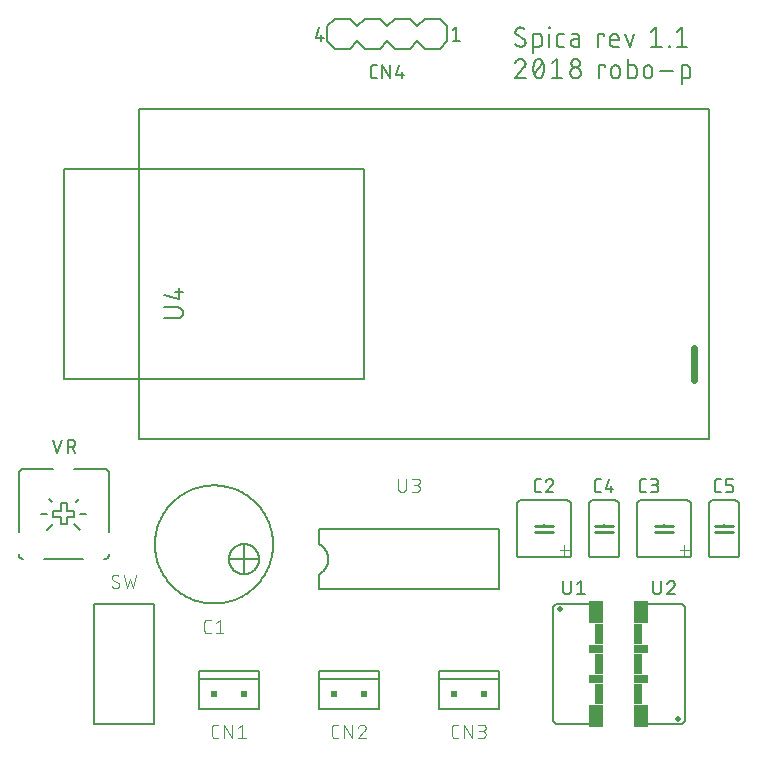
<source format=gbr>
G04 EAGLE Gerber RS-274X export*
G75*
%MOMM*%
%FSLAX34Y34*%
%LPD*%
%INSilkscreen Top*%
%IPPOS*%
%AMOC8*
5,1,8,0,0,1.08239X$1,22.5*%
G01*
%ADD10C,0.152400*%
%ADD11C,0.101600*%
%ADD12C,0.127000*%
%ADD13C,0.254000*%
%ADD14R,0.508000X0.508000*%
%ADD15C,0.609600*%
%ADD16C,0.203200*%
%ADD17C,0.508000*%
%ADD18R,1.270000X1.905000*%
%ADD19R,0.762000X1.778000*%
%ADD20R,1.270000X0.762000*%


D10*
X463381Y598932D02*
X463499Y598934D01*
X463617Y598940D01*
X463735Y598949D01*
X463852Y598963D01*
X463969Y598980D01*
X464086Y599001D01*
X464201Y599026D01*
X464316Y599055D01*
X464430Y599088D01*
X464542Y599124D01*
X464653Y599164D01*
X464763Y599207D01*
X464872Y599254D01*
X464979Y599304D01*
X465084Y599359D01*
X465187Y599416D01*
X465288Y599477D01*
X465388Y599541D01*
X465485Y599608D01*
X465580Y599678D01*
X465672Y599752D01*
X465763Y599828D01*
X465850Y599908D01*
X465935Y599990D01*
X466017Y600075D01*
X466097Y600162D01*
X466173Y600253D01*
X466247Y600345D01*
X466317Y600440D01*
X466384Y600537D01*
X466448Y600637D01*
X466509Y600738D01*
X466566Y600841D01*
X466621Y600946D01*
X466671Y601053D01*
X466718Y601162D01*
X466761Y601272D01*
X466801Y601383D01*
X466837Y601495D01*
X466870Y601609D01*
X466899Y601724D01*
X466924Y601839D01*
X466945Y601956D01*
X466962Y602073D01*
X466976Y602190D01*
X466985Y602308D01*
X466991Y602426D01*
X466993Y602544D01*
X463381Y598932D02*
X463198Y598934D01*
X463016Y598941D01*
X462834Y598952D01*
X462652Y598967D01*
X462470Y598987D01*
X462289Y599010D01*
X462109Y599039D01*
X461929Y599071D01*
X461750Y599108D01*
X461573Y599149D01*
X461396Y599195D01*
X461220Y599244D01*
X461046Y599298D01*
X460872Y599356D01*
X460701Y599418D01*
X460531Y599484D01*
X460362Y599555D01*
X460195Y599629D01*
X460030Y599707D01*
X459867Y599789D01*
X459706Y599875D01*
X459547Y599965D01*
X459390Y600059D01*
X459236Y600156D01*
X459084Y600257D01*
X458934Y600362D01*
X458787Y600470D01*
X458643Y600581D01*
X458501Y600696D01*
X458362Y600815D01*
X458226Y600937D01*
X458093Y601062D01*
X457963Y601190D01*
X458414Y611576D02*
X458416Y611694D01*
X458422Y611812D01*
X458431Y611930D01*
X458445Y612047D01*
X458462Y612164D01*
X458483Y612281D01*
X458508Y612396D01*
X458537Y612511D01*
X458570Y612625D01*
X458606Y612737D01*
X458646Y612848D01*
X458689Y612958D01*
X458736Y613067D01*
X458786Y613174D01*
X458841Y613279D01*
X458898Y613382D01*
X458959Y613483D01*
X459023Y613583D01*
X459090Y613680D01*
X459160Y613775D01*
X459234Y613867D01*
X459310Y613958D01*
X459390Y614045D01*
X459472Y614130D01*
X459557Y614212D01*
X459644Y614292D01*
X459735Y614368D01*
X459827Y614442D01*
X459922Y614512D01*
X460019Y614579D01*
X460119Y614643D01*
X460220Y614704D01*
X460323Y614762D01*
X460428Y614816D01*
X460535Y614866D01*
X460644Y614913D01*
X460754Y614957D01*
X460865Y614996D01*
X460978Y615032D01*
X461091Y615065D01*
X461206Y615094D01*
X461321Y615119D01*
X461438Y615140D01*
X461555Y615157D01*
X461672Y615171D01*
X461790Y615180D01*
X461908Y615186D01*
X462026Y615188D01*
X462187Y615186D01*
X462349Y615180D01*
X462510Y615171D01*
X462671Y615157D01*
X462831Y615140D01*
X462991Y615119D01*
X463151Y615094D01*
X463310Y615065D01*
X463468Y615033D01*
X463625Y614997D01*
X463781Y614957D01*
X463937Y614913D01*
X464091Y614865D01*
X464244Y614814D01*
X464396Y614760D01*
X464547Y614701D01*
X464696Y614640D01*
X464843Y614574D01*
X464989Y614505D01*
X465134Y614433D01*
X465276Y614357D01*
X465417Y614278D01*
X465556Y614196D01*
X465692Y614110D01*
X465827Y614021D01*
X465960Y613929D01*
X466090Y613833D01*
X460219Y608415D02*
X460118Y608477D01*
X460018Y608542D01*
X459921Y608611D01*
X459826Y608683D01*
X459733Y608757D01*
X459643Y608835D01*
X459555Y608916D01*
X459470Y608999D01*
X459388Y609085D01*
X459309Y609174D01*
X459232Y609265D01*
X459159Y609359D01*
X459088Y609455D01*
X459021Y609553D01*
X458957Y609653D01*
X458896Y609756D01*
X458839Y609860D01*
X458785Y609966D01*
X458735Y610074D01*
X458688Y610183D01*
X458644Y610294D01*
X458604Y610406D01*
X458568Y610520D01*
X458536Y610634D01*
X458507Y610750D01*
X458482Y610866D01*
X458461Y610983D01*
X458444Y611101D01*
X458430Y611219D01*
X458421Y611338D01*
X458415Y611457D01*
X458413Y611576D01*
X465187Y605705D02*
X465288Y605643D01*
X465388Y605578D01*
X465485Y605509D01*
X465580Y605437D01*
X465673Y605363D01*
X465763Y605285D01*
X465851Y605204D01*
X465936Y605121D01*
X466018Y605035D01*
X466097Y604946D01*
X466174Y604855D01*
X466247Y604761D01*
X466318Y604665D01*
X466385Y604567D01*
X466449Y604467D01*
X466510Y604364D01*
X466567Y604260D01*
X466621Y604154D01*
X466671Y604046D01*
X466718Y603937D01*
X466762Y603826D01*
X466802Y603714D01*
X466838Y603600D01*
X466870Y603486D01*
X466899Y603370D01*
X466924Y603254D01*
X466945Y603137D01*
X466962Y603019D01*
X466976Y602901D01*
X466985Y602782D01*
X466991Y602663D01*
X466993Y602544D01*
X465187Y605705D02*
X460220Y608415D01*
X473528Y609769D02*
X473528Y593513D01*
X473528Y609769D02*
X478043Y609769D01*
X478147Y609767D01*
X478250Y609761D01*
X478354Y609751D01*
X478457Y609737D01*
X478559Y609719D01*
X478660Y609698D01*
X478761Y609672D01*
X478860Y609643D01*
X478959Y609610D01*
X479056Y609573D01*
X479151Y609532D01*
X479245Y609488D01*
X479337Y609440D01*
X479427Y609389D01*
X479516Y609334D01*
X479602Y609276D01*
X479685Y609214D01*
X479767Y609150D01*
X479845Y609082D01*
X479921Y609012D01*
X479995Y608939D01*
X480065Y608862D01*
X480133Y608784D01*
X480197Y608702D01*
X480259Y608619D01*
X480317Y608533D01*
X480372Y608444D01*
X480423Y608354D01*
X480471Y608262D01*
X480515Y608168D01*
X480556Y608073D01*
X480593Y607976D01*
X480626Y607877D01*
X480655Y607778D01*
X480681Y607677D01*
X480702Y607576D01*
X480720Y607474D01*
X480734Y607371D01*
X480744Y607267D01*
X480750Y607164D01*
X480752Y607060D01*
X480752Y601641D01*
X480750Y601540D01*
X480744Y601439D01*
X480735Y601338D01*
X480722Y601237D01*
X480705Y601137D01*
X480684Y601038D01*
X480660Y600940D01*
X480632Y600843D01*
X480600Y600746D01*
X480565Y600651D01*
X480526Y600558D01*
X480484Y600466D01*
X480438Y600375D01*
X480389Y600287D01*
X480337Y600200D01*
X480281Y600115D01*
X480223Y600032D01*
X480161Y599952D01*
X480096Y599874D01*
X480029Y599798D01*
X479959Y599725D01*
X479886Y599655D01*
X479810Y599588D01*
X479732Y599523D01*
X479652Y599461D01*
X479569Y599403D01*
X479484Y599347D01*
X479398Y599295D01*
X479309Y599246D01*
X479218Y599200D01*
X479126Y599158D01*
X479033Y599119D01*
X478938Y599084D01*
X478841Y599052D01*
X478744Y599024D01*
X478646Y599000D01*
X478547Y598979D01*
X478447Y598962D01*
X478346Y598949D01*
X478245Y598940D01*
X478144Y598934D01*
X478043Y598932D01*
X473528Y598932D01*
X486966Y598932D02*
X486966Y609769D01*
X486515Y614285D02*
X486515Y615188D01*
X487418Y615188D01*
X487418Y614285D01*
X486515Y614285D01*
X495981Y598932D02*
X499593Y598932D01*
X495981Y598932D02*
X495880Y598934D01*
X495779Y598940D01*
X495678Y598949D01*
X495577Y598962D01*
X495477Y598979D01*
X495378Y599000D01*
X495280Y599024D01*
X495183Y599052D01*
X495086Y599084D01*
X494991Y599119D01*
X494898Y599158D01*
X494806Y599200D01*
X494715Y599246D01*
X494627Y599295D01*
X494540Y599347D01*
X494455Y599403D01*
X494372Y599461D01*
X494292Y599523D01*
X494214Y599588D01*
X494138Y599655D01*
X494065Y599725D01*
X493995Y599798D01*
X493928Y599874D01*
X493863Y599952D01*
X493801Y600032D01*
X493743Y600115D01*
X493687Y600200D01*
X493635Y600287D01*
X493586Y600375D01*
X493540Y600466D01*
X493498Y600558D01*
X493459Y600651D01*
X493424Y600746D01*
X493392Y600843D01*
X493364Y600940D01*
X493340Y601038D01*
X493319Y601137D01*
X493302Y601237D01*
X493289Y601338D01*
X493280Y601439D01*
X493274Y601540D01*
X493272Y601641D01*
X493271Y601641D02*
X493271Y607060D01*
X493272Y607060D02*
X493274Y607161D01*
X493280Y607262D01*
X493289Y607363D01*
X493302Y607464D01*
X493319Y607564D01*
X493340Y607663D01*
X493364Y607761D01*
X493392Y607858D01*
X493424Y607955D01*
X493459Y608050D01*
X493498Y608143D01*
X493540Y608235D01*
X493586Y608326D01*
X493635Y608415D01*
X493687Y608501D01*
X493743Y608586D01*
X493801Y608669D01*
X493863Y608749D01*
X493928Y608827D01*
X493995Y608903D01*
X494065Y608976D01*
X494138Y609046D01*
X494214Y609113D01*
X494292Y609178D01*
X494372Y609240D01*
X494455Y609298D01*
X494540Y609354D01*
X494627Y609406D01*
X494715Y609455D01*
X494806Y609501D01*
X494898Y609543D01*
X494991Y609582D01*
X495086Y609617D01*
X495183Y609649D01*
X495280Y609677D01*
X495378Y609701D01*
X495477Y609722D01*
X495577Y609739D01*
X495678Y609752D01*
X495779Y609761D01*
X495880Y609767D01*
X495981Y609769D01*
X499593Y609769D01*
X508325Y605254D02*
X512389Y605254D01*
X508325Y605254D02*
X508213Y605252D01*
X508102Y605246D01*
X507991Y605236D01*
X507880Y605223D01*
X507770Y605205D01*
X507661Y605183D01*
X507552Y605158D01*
X507444Y605129D01*
X507338Y605096D01*
X507232Y605059D01*
X507128Y605019D01*
X507026Y604975D01*
X506925Y604927D01*
X506826Y604876D01*
X506728Y604821D01*
X506633Y604763D01*
X506540Y604702D01*
X506449Y604637D01*
X506360Y604569D01*
X506274Y604498D01*
X506191Y604425D01*
X506110Y604348D01*
X506031Y604268D01*
X505956Y604186D01*
X505884Y604101D01*
X505814Y604014D01*
X505748Y603924D01*
X505685Y603832D01*
X505625Y603737D01*
X505569Y603641D01*
X505516Y603543D01*
X505467Y603443D01*
X505421Y603341D01*
X505379Y603238D01*
X505340Y603133D01*
X505305Y603027D01*
X505274Y602920D01*
X505247Y602812D01*
X505223Y602703D01*
X505204Y602593D01*
X505188Y602483D01*
X505176Y602372D01*
X505168Y602260D01*
X505164Y602149D01*
X505164Y602037D01*
X505168Y601926D01*
X505176Y601814D01*
X505188Y601703D01*
X505204Y601593D01*
X505223Y601483D01*
X505247Y601374D01*
X505274Y601266D01*
X505305Y601159D01*
X505340Y601053D01*
X505379Y600948D01*
X505421Y600845D01*
X505467Y600743D01*
X505516Y600643D01*
X505569Y600545D01*
X505625Y600449D01*
X505685Y600354D01*
X505748Y600262D01*
X505814Y600172D01*
X505884Y600085D01*
X505956Y600000D01*
X506031Y599918D01*
X506110Y599838D01*
X506191Y599761D01*
X506274Y599688D01*
X506360Y599617D01*
X506449Y599549D01*
X506540Y599484D01*
X506633Y599423D01*
X506728Y599365D01*
X506826Y599310D01*
X506925Y599259D01*
X507026Y599211D01*
X507128Y599167D01*
X507232Y599127D01*
X507338Y599090D01*
X507444Y599057D01*
X507552Y599028D01*
X507661Y599003D01*
X507770Y598981D01*
X507880Y598963D01*
X507991Y598950D01*
X508102Y598940D01*
X508213Y598934D01*
X508325Y598932D01*
X512389Y598932D01*
X512389Y607060D01*
X512387Y607161D01*
X512381Y607262D01*
X512372Y607363D01*
X512359Y607464D01*
X512342Y607564D01*
X512321Y607663D01*
X512297Y607761D01*
X512269Y607858D01*
X512237Y607955D01*
X512202Y608050D01*
X512163Y608143D01*
X512121Y608235D01*
X512075Y608326D01*
X512026Y608415D01*
X511974Y608501D01*
X511918Y608586D01*
X511860Y608669D01*
X511798Y608749D01*
X511733Y608827D01*
X511666Y608903D01*
X511596Y608976D01*
X511523Y609046D01*
X511447Y609113D01*
X511369Y609178D01*
X511289Y609240D01*
X511206Y609298D01*
X511121Y609354D01*
X511035Y609406D01*
X510946Y609455D01*
X510855Y609501D01*
X510763Y609543D01*
X510670Y609582D01*
X510575Y609617D01*
X510478Y609649D01*
X510381Y609677D01*
X510283Y609701D01*
X510184Y609722D01*
X510084Y609739D01*
X509983Y609752D01*
X509882Y609761D01*
X509781Y609767D01*
X509680Y609769D01*
X506068Y609769D01*
X528248Y609769D02*
X528248Y598932D01*
X528248Y609769D02*
X533667Y609769D01*
X533667Y607963D01*
X541294Y598932D02*
X545809Y598932D01*
X541294Y598932D02*
X541193Y598934D01*
X541092Y598940D01*
X540991Y598949D01*
X540890Y598962D01*
X540790Y598979D01*
X540691Y599000D01*
X540593Y599024D01*
X540496Y599052D01*
X540399Y599084D01*
X540304Y599119D01*
X540211Y599158D01*
X540119Y599200D01*
X540028Y599246D01*
X539940Y599295D01*
X539853Y599347D01*
X539768Y599403D01*
X539685Y599461D01*
X539605Y599523D01*
X539527Y599588D01*
X539451Y599655D01*
X539378Y599725D01*
X539308Y599798D01*
X539241Y599874D01*
X539176Y599952D01*
X539114Y600032D01*
X539056Y600115D01*
X539000Y600200D01*
X538948Y600287D01*
X538899Y600375D01*
X538853Y600466D01*
X538811Y600558D01*
X538772Y600651D01*
X538737Y600746D01*
X538705Y600843D01*
X538677Y600940D01*
X538653Y601038D01*
X538632Y601137D01*
X538615Y601237D01*
X538602Y601338D01*
X538593Y601439D01*
X538587Y601540D01*
X538585Y601641D01*
X538584Y601641D02*
X538584Y606157D01*
X538585Y606157D02*
X538587Y606276D01*
X538593Y606396D01*
X538603Y606515D01*
X538617Y606633D01*
X538634Y606752D01*
X538656Y606869D01*
X538681Y606986D01*
X538711Y607101D01*
X538744Y607216D01*
X538781Y607330D01*
X538821Y607442D01*
X538866Y607553D01*
X538914Y607662D01*
X538965Y607770D01*
X539020Y607876D01*
X539079Y607980D01*
X539141Y608082D01*
X539206Y608182D01*
X539275Y608280D01*
X539347Y608376D01*
X539422Y608469D01*
X539499Y608559D01*
X539580Y608647D01*
X539664Y608732D01*
X539751Y608814D01*
X539840Y608894D01*
X539932Y608970D01*
X540026Y609044D01*
X540123Y609114D01*
X540221Y609181D01*
X540322Y609245D01*
X540426Y609305D01*
X540531Y609362D01*
X540638Y609415D01*
X540746Y609465D01*
X540856Y609511D01*
X540968Y609553D01*
X541081Y609592D01*
X541195Y609627D01*
X541310Y609658D01*
X541427Y609686D01*
X541544Y609709D01*
X541661Y609729D01*
X541780Y609745D01*
X541899Y609757D01*
X542018Y609765D01*
X542137Y609769D01*
X542257Y609769D01*
X542376Y609765D01*
X542495Y609757D01*
X542614Y609745D01*
X542733Y609729D01*
X542850Y609709D01*
X542967Y609686D01*
X543084Y609658D01*
X543199Y609627D01*
X543313Y609592D01*
X543426Y609553D01*
X543538Y609511D01*
X543648Y609465D01*
X543756Y609415D01*
X543863Y609362D01*
X543968Y609305D01*
X544072Y609245D01*
X544173Y609181D01*
X544271Y609114D01*
X544368Y609044D01*
X544462Y608970D01*
X544554Y608894D01*
X544643Y608814D01*
X544730Y608732D01*
X544814Y608647D01*
X544895Y608559D01*
X544972Y608469D01*
X545047Y608376D01*
X545119Y608280D01*
X545188Y608182D01*
X545253Y608082D01*
X545315Y607980D01*
X545374Y607876D01*
X545429Y607770D01*
X545480Y607662D01*
X545528Y607553D01*
X545573Y607442D01*
X545613Y607330D01*
X545650Y607216D01*
X545683Y607101D01*
X545713Y606986D01*
X545738Y606869D01*
X545760Y606752D01*
X545777Y606633D01*
X545791Y606515D01*
X545801Y606396D01*
X545807Y606276D01*
X545809Y606157D01*
X545809Y604351D01*
X538584Y604351D01*
X551610Y609769D02*
X555223Y598932D01*
X558835Y609769D01*
X573112Y611576D02*
X577627Y615188D01*
X577627Y598932D01*
X573112Y598932D02*
X582143Y598932D01*
X588118Y598932D02*
X588118Y599835D01*
X589021Y599835D01*
X589021Y598932D01*
X588118Y598932D01*
X594996Y611576D02*
X599511Y615188D01*
X599511Y598932D01*
X594996Y598932D02*
X604027Y598932D01*
X466993Y584454D02*
X466991Y584579D01*
X466985Y584704D01*
X466976Y584829D01*
X466962Y584953D01*
X466945Y585077D01*
X466924Y585201D01*
X466899Y585323D01*
X466870Y585445D01*
X466838Y585566D01*
X466802Y585686D01*
X466762Y585805D01*
X466719Y585922D01*
X466672Y586038D01*
X466621Y586153D01*
X466567Y586265D01*
X466509Y586377D01*
X466449Y586486D01*
X466384Y586593D01*
X466317Y586699D01*
X466246Y586802D01*
X466172Y586903D01*
X466095Y587002D01*
X466015Y587098D01*
X465932Y587192D01*
X465847Y587283D01*
X465758Y587372D01*
X465667Y587457D01*
X465573Y587540D01*
X465477Y587620D01*
X465378Y587697D01*
X465277Y587771D01*
X465174Y587842D01*
X465068Y587909D01*
X464961Y587974D01*
X464852Y588034D01*
X464740Y588092D01*
X464628Y588146D01*
X464513Y588197D01*
X464397Y588244D01*
X464280Y588287D01*
X464161Y588327D01*
X464041Y588363D01*
X463920Y588395D01*
X463798Y588424D01*
X463676Y588449D01*
X463552Y588470D01*
X463428Y588487D01*
X463304Y588501D01*
X463179Y588510D01*
X463054Y588516D01*
X462929Y588518D01*
X462786Y588516D01*
X462644Y588510D01*
X462501Y588500D01*
X462359Y588487D01*
X462218Y588469D01*
X462076Y588448D01*
X461936Y588423D01*
X461796Y588394D01*
X461657Y588361D01*
X461519Y588324D01*
X461382Y588284D01*
X461247Y588240D01*
X461112Y588192D01*
X460979Y588140D01*
X460847Y588085D01*
X460717Y588026D01*
X460589Y587964D01*
X460462Y587898D01*
X460337Y587829D01*
X460214Y587757D01*
X460094Y587681D01*
X459975Y587602D01*
X459858Y587519D01*
X459744Y587434D01*
X459632Y587345D01*
X459523Y587254D01*
X459416Y587159D01*
X459311Y587062D01*
X459210Y586961D01*
X459111Y586858D01*
X459015Y586753D01*
X458922Y586644D01*
X458832Y586533D01*
X458745Y586420D01*
X458661Y586305D01*
X458581Y586187D01*
X458503Y586067D01*
X458429Y585945D01*
X458359Y585821D01*
X458291Y585695D01*
X458228Y585567D01*
X458167Y585438D01*
X458110Y585307D01*
X458057Y585175D01*
X458008Y585041D01*
X457962Y584906D01*
X465638Y581293D02*
X465732Y581385D01*
X465822Y581479D01*
X465910Y581576D01*
X465995Y581676D01*
X466077Y581778D01*
X466156Y581883D01*
X466231Y581990D01*
X466303Y582099D01*
X466372Y582210D01*
X466438Y582324D01*
X466500Y582439D01*
X466559Y582556D01*
X466614Y582675D01*
X466665Y582795D01*
X466713Y582917D01*
X466758Y583040D01*
X466798Y583164D01*
X466835Y583290D01*
X466868Y583417D01*
X466897Y583544D01*
X466923Y583673D01*
X466944Y583802D01*
X466962Y583932D01*
X466975Y584062D01*
X466985Y584192D01*
X466991Y584323D01*
X466993Y584454D01*
X465638Y581293D02*
X457962Y572262D01*
X466993Y572262D01*
X473593Y580390D02*
X473597Y580710D01*
X473608Y581029D01*
X473627Y581349D01*
X473654Y581667D01*
X473688Y581985D01*
X473730Y582302D01*
X473780Y582618D01*
X473837Y582933D01*
X473901Y583246D01*
X473973Y583558D01*
X474052Y583868D01*
X474139Y584175D01*
X474233Y584481D01*
X474334Y584784D01*
X474443Y585085D01*
X474558Y585383D01*
X474681Y585679D01*
X474811Y585971D01*
X474948Y586260D01*
X474948Y586261D02*
X474987Y586369D01*
X475030Y586476D01*
X475076Y586581D01*
X475127Y586685D01*
X475180Y586787D01*
X475237Y586887D01*
X475298Y586985D01*
X475362Y587080D01*
X475429Y587174D01*
X475500Y587265D01*
X475573Y587354D01*
X475650Y587440D01*
X475729Y587523D01*
X475811Y587604D01*
X475896Y587682D01*
X475984Y587756D01*
X476074Y587828D01*
X476166Y587896D01*
X476261Y587962D01*
X476358Y588024D01*
X476457Y588082D01*
X476559Y588138D01*
X476661Y588189D01*
X476766Y588237D01*
X476872Y588282D01*
X476980Y588323D01*
X477089Y588360D01*
X477199Y588393D01*
X477311Y588422D01*
X477423Y588448D01*
X477536Y588470D01*
X477650Y588487D01*
X477764Y588501D01*
X477879Y588511D01*
X477994Y588517D01*
X478109Y588519D01*
X478109Y588518D02*
X478224Y588516D01*
X478339Y588510D01*
X478454Y588500D01*
X478568Y588486D01*
X478682Y588469D01*
X478795Y588447D01*
X478907Y588421D01*
X479019Y588392D01*
X479129Y588359D01*
X479238Y588322D01*
X479346Y588281D01*
X479452Y588236D01*
X479557Y588188D01*
X479659Y588137D01*
X479760Y588081D01*
X479860Y588023D01*
X479957Y587961D01*
X480051Y587896D01*
X480144Y587827D01*
X480234Y587755D01*
X480322Y587681D01*
X480407Y587603D01*
X480489Y587522D01*
X480568Y587439D01*
X480645Y587353D01*
X480718Y587264D01*
X480789Y587173D01*
X480856Y587079D01*
X480920Y586984D01*
X480981Y586886D01*
X481038Y586786D01*
X481091Y586684D01*
X481142Y586580D01*
X481188Y586475D01*
X481231Y586368D01*
X481270Y586260D01*
X481269Y586260D02*
X481406Y585971D01*
X481536Y585679D01*
X481659Y585383D01*
X481774Y585085D01*
X481883Y584784D01*
X481984Y584481D01*
X482078Y584175D01*
X482165Y583868D01*
X482244Y583558D01*
X482316Y583246D01*
X482380Y582933D01*
X482437Y582618D01*
X482487Y582302D01*
X482529Y581985D01*
X482563Y581667D01*
X482590Y581349D01*
X482609Y581029D01*
X482620Y580710D01*
X482624Y580390D01*
X473594Y580390D02*
X473598Y580070D01*
X473609Y579751D01*
X473628Y579431D01*
X473655Y579113D01*
X473689Y578795D01*
X473731Y578478D01*
X473781Y578162D01*
X473838Y577847D01*
X473902Y577534D01*
X473974Y577222D01*
X474053Y576912D01*
X474140Y576605D01*
X474234Y576299D01*
X474335Y575996D01*
X474444Y575695D01*
X474559Y575397D01*
X474682Y575101D01*
X474812Y574809D01*
X474949Y574520D01*
X474948Y574520D02*
X474987Y574412D01*
X475030Y574305D01*
X475076Y574200D01*
X475127Y574096D01*
X475180Y573994D01*
X475237Y573894D01*
X475298Y573796D01*
X475362Y573701D01*
X475429Y573607D01*
X475500Y573516D01*
X475573Y573427D01*
X475650Y573341D01*
X475729Y573258D01*
X475811Y573177D01*
X475896Y573099D01*
X475984Y573025D01*
X476074Y572953D01*
X476167Y572884D01*
X476261Y572819D01*
X476358Y572757D01*
X476458Y572699D01*
X476559Y572643D01*
X476661Y572592D01*
X476766Y572544D01*
X476872Y572499D01*
X476980Y572458D01*
X477089Y572421D01*
X477199Y572388D01*
X477311Y572359D01*
X477423Y572333D01*
X477536Y572311D01*
X477650Y572294D01*
X477764Y572280D01*
X477879Y572270D01*
X477994Y572264D01*
X478109Y572262D01*
X481269Y574520D02*
X481406Y574809D01*
X481536Y575101D01*
X481659Y575397D01*
X481774Y575695D01*
X481883Y575996D01*
X481984Y576299D01*
X482078Y576605D01*
X482165Y576912D01*
X482244Y577222D01*
X482316Y577534D01*
X482380Y577847D01*
X482437Y578162D01*
X482487Y578478D01*
X482529Y578795D01*
X482563Y579113D01*
X482590Y579431D01*
X482609Y579751D01*
X482620Y580070D01*
X482624Y580390D01*
X481270Y574520D02*
X481231Y574412D01*
X481188Y574305D01*
X481142Y574200D01*
X481091Y574096D01*
X481038Y573994D01*
X480981Y573894D01*
X480920Y573796D01*
X480856Y573701D01*
X480789Y573607D01*
X480718Y573516D01*
X480645Y573427D01*
X480568Y573341D01*
X480489Y573258D01*
X480407Y573177D01*
X480322Y573099D01*
X480234Y573025D01*
X480144Y572953D01*
X480051Y572884D01*
X479957Y572819D01*
X479860Y572757D01*
X479760Y572699D01*
X479659Y572643D01*
X479556Y572592D01*
X479452Y572544D01*
X479346Y572499D01*
X479238Y572458D01*
X479129Y572421D01*
X479019Y572388D01*
X478907Y572359D01*
X478795Y572333D01*
X478682Y572311D01*
X478568Y572294D01*
X478454Y572280D01*
X478339Y572270D01*
X478224Y572264D01*
X478109Y572262D01*
X474496Y575874D02*
X481721Y584906D01*
X489224Y584906D02*
X493740Y588518D01*
X493740Y572262D01*
X489224Y572262D02*
X498256Y572262D01*
X504855Y576778D02*
X504857Y576911D01*
X504863Y577043D01*
X504873Y577175D01*
X504886Y577307D01*
X504904Y577439D01*
X504925Y577569D01*
X504950Y577700D01*
X504979Y577829D01*
X505012Y577957D01*
X505048Y578085D01*
X505088Y578211D01*
X505132Y578336D01*
X505180Y578460D01*
X505231Y578582D01*
X505286Y578703D01*
X505344Y578822D01*
X505406Y578940D01*
X505471Y579055D01*
X505540Y579169D01*
X505611Y579280D01*
X505687Y579389D01*
X505765Y579496D01*
X505846Y579601D01*
X505931Y579703D01*
X506018Y579803D01*
X506108Y579900D01*
X506201Y579995D01*
X506297Y580086D01*
X506395Y580175D01*
X506496Y580261D01*
X506600Y580344D01*
X506706Y580424D01*
X506814Y580500D01*
X506924Y580574D01*
X507037Y580644D01*
X507151Y580711D01*
X507268Y580774D01*
X507386Y580834D01*
X507506Y580891D01*
X507628Y580944D01*
X507751Y580993D01*
X507875Y581039D01*
X508001Y581081D01*
X508128Y581119D01*
X508256Y581154D01*
X508385Y581185D01*
X508514Y581212D01*
X508645Y581235D01*
X508776Y581255D01*
X508908Y581270D01*
X509040Y581282D01*
X509172Y581290D01*
X509305Y581294D01*
X509437Y581294D01*
X509570Y581290D01*
X509702Y581282D01*
X509834Y581270D01*
X509966Y581255D01*
X510097Y581235D01*
X510228Y581212D01*
X510357Y581185D01*
X510486Y581154D01*
X510614Y581119D01*
X510741Y581081D01*
X510867Y581039D01*
X510991Y580993D01*
X511114Y580944D01*
X511236Y580891D01*
X511356Y580834D01*
X511474Y580774D01*
X511591Y580711D01*
X511705Y580644D01*
X511818Y580574D01*
X511928Y580500D01*
X512036Y580424D01*
X512142Y580344D01*
X512246Y580261D01*
X512347Y580175D01*
X512445Y580086D01*
X512541Y579995D01*
X512634Y579900D01*
X512724Y579803D01*
X512811Y579703D01*
X512896Y579601D01*
X512977Y579496D01*
X513055Y579389D01*
X513131Y579280D01*
X513202Y579169D01*
X513271Y579055D01*
X513336Y578940D01*
X513398Y578822D01*
X513456Y578703D01*
X513511Y578582D01*
X513562Y578460D01*
X513610Y578336D01*
X513654Y578211D01*
X513694Y578085D01*
X513730Y577957D01*
X513763Y577829D01*
X513792Y577700D01*
X513817Y577569D01*
X513838Y577439D01*
X513856Y577307D01*
X513869Y577175D01*
X513879Y577043D01*
X513885Y576911D01*
X513887Y576778D01*
X513885Y576645D01*
X513879Y576513D01*
X513869Y576381D01*
X513856Y576249D01*
X513838Y576117D01*
X513817Y575987D01*
X513792Y575856D01*
X513763Y575727D01*
X513730Y575599D01*
X513694Y575471D01*
X513654Y575345D01*
X513610Y575220D01*
X513562Y575096D01*
X513511Y574974D01*
X513456Y574853D01*
X513398Y574734D01*
X513336Y574616D01*
X513271Y574501D01*
X513202Y574387D01*
X513131Y574276D01*
X513055Y574167D01*
X512977Y574060D01*
X512896Y573955D01*
X512811Y573853D01*
X512724Y573753D01*
X512634Y573656D01*
X512541Y573561D01*
X512445Y573470D01*
X512347Y573381D01*
X512246Y573295D01*
X512142Y573212D01*
X512036Y573132D01*
X511928Y573056D01*
X511818Y572982D01*
X511705Y572912D01*
X511591Y572845D01*
X511474Y572782D01*
X511356Y572722D01*
X511236Y572665D01*
X511114Y572612D01*
X510991Y572563D01*
X510867Y572517D01*
X510741Y572475D01*
X510614Y572437D01*
X510486Y572402D01*
X510357Y572371D01*
X510228Y572344D01*
X510097Y572321D01*
X509966Y572301D01*
X509834Y572286D01*
X509702Y572274D01*
X509570Y572266D01*
X509437Y572262D01*
X509305Y572262D01*
X509172Y572266D01*
X509040Y572274D01*
X508908Y572286D01*
X508776Y572301D01*
X508645Y572321D01*
X508514Y572344D01*
X508385Y572371D01*
X508256Y572402D01*
X508128Y572437D01*
X508001Y572475D01*
X507875Y572517D01*
X507751Y572563D01*
X507628Y572612D01*
X507506Y572665D01*
X507386Y572722D01*
X507268Y572782D01*
X507151Y572845D01*
X507037Y572912D01*
X506924Y572982D01*
X506814Y573056D01*
X506706Y573132D01*
X506600Y573212D01*
X506496Y573295D01*
X506395Y573381D01*
X506297Y573470D01*
X506201Y573561D01*
X506108Y573656D01*
X506018Y573753D01*
X505931Y573853D01*
X505846Y573955D01*
X505765Y574060D01*
X505687Y574167D01*
X505611Y574276D01*
X505540Y574387D01*
X505471Y574501D01*
X505406Y574616D01*
X505344Y574734D01*
X505286Y574853D01*
X505231Y574974D01*
X505180Y575096D01*
X505132Y575220D01*
X505088Y575345D01*
X505048Y575471D01*
X505012Y575599D01*
X504979Y575727D01*
X504950Y575856D01*
X504925Y575987D01*
X504904Y576117D01*
X504886Y576249D01*
X504873Y576381D01*
X504863Y576513D01*
X504857Y576645D01*
X504855Y576778D01*
X505759Y584906D02*
X505761Y585025D01*
X505767Y585145D01*
X505777Y585264D01*
X505791Y585382D01*
X505808Y585501D01*
X505830Y585618D01*
X505855Y585735D01*
X505885Y585850D01*
X505918Y585965D01*
X505955Y586079D01*
X505995Y586191D01*
X506040Y586302D01*
X506088Y586411D01*
X506139Y586519D01*
X506194Y586625D01*
X506253Y586729D01*
X506315Y586831D01*
X506380Y586931D01*
X506449Y587029D01*
X506521Y587125D01*
X506596Y587218D01*
X506673Y587308D01*
X506754Y587396D01*
X506838Y587481D01*
X506925Y587563D01*
X507014Y587643D01*
X507106Y587719D01*
X507200Y587793D01*
X507297Y587863D01*
X507395Y587930D01*
X507496Y587994D01*
X507600Y588054D01*
X507705Y588111D01*
X507812Y588164D01*
X507920Y588214D01*
X508030Y588260D01*
X508142Y588302D01*
X508255Y588341D01*
X508369Y588376D01*
X508484Y588407D01*
X508601Y588435D01*
X508718Y588458D01*
X508835Y588478D01*
X508954Y588494D01*
X509073Y588506D01*
X509192Y588514D01*
X509311Y588518D01*
X509431Y588518D01*
X509550Y588514D01*
X509669Y588506D01*
X509788Y588494D01*
X509907Y588478D01*
X510024Y588458D01*
X510141Y588435D01*
X510258Y588407D01*
X510373Y588376D01*
X510487Y588341D01*
X510600Y588302D01*
X510712Y588260D01*
X510822Y588214D01*
X510930Y588164D01*
X511037Y588111D01*
X511142Y588054D01*
X511246Y587994D01*
X511347Y587930D01*
X511445Y587863D01*
X511542Y587793D01*
X511636Y587719D01*
X511728Y587643D01*
X511817Y587563D01*
X511904Y587481D01*
X511988Y587396D01*
X512069Y587308D01*
X512146Y587218D01*
X512221Y587125D01*
X512293Y587029D01*
X512362Y586931D01*
X512427Y586831D01*
X512489Y586729D01*
X512548Y586625D01*
X512603Y586519D01*
X512654Y586411D01*
X512702Y586302D01*
X512747Y586191D01*
X512787Y586079D01*
X512824Y585965D01*
X512857Y585850D01*
X512887Y585735D01*
X512912Y585618D01*
X512934Y585501D01*
X512951Y585382D01*
X512965Y585264D01*
X512975Y585145D01*
X512981Y585025D01*
X512983Y584906D01*
X512981Y584787D01*
X512975Y584667D01*
X512965Y584548D01*
X512951Y584430D01*
X512934Y584311D01*
X512912Y584194D01*
X512887Y584077D01*
X512857Y583962D01*
X512824Y583847D01*
X512787Y583733D01*
X512747Y583621D01*
X512702Y583510D01*
X512654Y583401D01*
X512603Y583293D01*
X512548Y583187D01*
X512489Y583083D01*
X512427Y582981D01*
X512362Y582881D01*
X512293Y582783D01*
X512221Y582687D01*
X512146Y582594D01*
X512069Y582504D01*
X511988Y582416D01*
X511904Y582331D01*
X511817Y582249D01*
X511728Y582169D01*
X511636Y582093D01*
X511542Y582019D01*
X511445Y581949D01*
X511347Y581882D01*
X511246Y581818D01*
X511142Y581758D01*
X511037Y581701D01*
X510930Y581648D01*
X510822Y581598D01*
X510712Y581552D01*
X510600Y581510D01*
X510487Y581471D01*
X510373Y581436D01*
X510258Y581405D01*
X510141Y581377D01*
X510024Y581354D01*
X509907Y581334D01*
X509788Y581318D01*
X509669Y581306D01*
X509550Y581298D01*
X509431Y581294D01*
X509311Y581294D01*
X509192Y581298D01*
X509073Y581306D01*
X508954Y581318D01*
X508835Y581334D01*
X508718Y581354D01*
X508601Y581377D01*
X508484Y581405D01*
X508369Y581436D01*
X508255Y581471D01*
X508142Y581510D01*
X508030Y581552D01*
X507920Y581598D01*
X507812Y581648D01*
X507705Y581701D01*
X507600Y581758D01*
X507496Y581818D01*
X507395Y581882D01*
X507297Y581949D01*
X507200Y582019D01*
X507106Y582093D01*
X507014Y582169D01*
X506925Y582249D01*
X506838Y582331D01*
X506754Y582416D01*
X506673Y582504D01*
X506596Y582594D01*
X506521Y582687D01*
X506449Y582783D01*
X506380Y582881D01*
X506315Y582981D01*
X506253Y583083D01*
X506194Y583187D01*
X506139Y583293D01*
X506088Y583401D01*
X506040Y583510D01*
X505995Y583621D01*
X505955Y583733D01*
X505918Y583847D01*
X505885Y583962D01*
X505855Y584077D01*
X505830Y584194D01*
X505808Y584311D01*
X505791Y584430D01*
X505777Y584548D01*
X505767Y584667D01*
X505761Y584787D01*
X505759Y584906D01*
X529290Y583099D02*
X529290Y572262D01*
X529290Y583099D02*
X534709Y583099D01*
X534709Y581293D01*
X539626Y579487D02*
X539626Y575874D01*
X539627Y579487D02*
X539629Y579606D01*
X539635Y579726D01*
X539645Y579845D01*
X539659Y579963D01*
X539676Y580082D01*
X539698Y580199D01*
X539723Y580316D01*
X539753Y580431D01*
X539786Y580546D01*
X539823Y580660D01*
X539863Y580772D01*
X539908Y580883D01*
X539956Y580992D01*
X540007Y581100D01*
X540062Y581206D01*
X540121Y581310D01*
X540183Y581412D01*
X540248Y581512D01*
X540317Y581610D01*
X540389Y581706D01*
X540464Y581799D01*
X540541Y581889D01*
X540622Y581977D01*
X540706Y582062D01*
X540793Y582144D01*
X540882Y582224D01*
X540974Y582300D01*
X541068Y582374D01*
X541165Y582444D01*
X541263Y582511D01*
X541364Y582575D01*
X541468Y582635D01*
X541573Y582692D01*
X541680Y582745D01*
X541788Y582795D01*
X541898Y582841D01*
X542010Y582883D01*
X542123Y582922D01*
X542237Y582957D01*
X542352Y582988D01*
X542469Y583016D01*
X542586Y583039D01*
X542703Y583059D01*
X542822Y583075D01*
X542941Y583087D01*
X543060Y583095D01*
X543179Y583099D01*
X543299Y583099D01*
X543418Y583095D01*
X543537Y583087D01*
X543656Y583075D01*
X543775Y583059D01*
X543892Y583039D01*
X544009Y583016D01*
X544126Y582988D01*
X544241Y582957D01*
X544355Y582922D01*
X544468Y582883D01*
X544580Y582841D01*
X544690Y582795D01*
X544798Y582745D01*
X544905Y582692D01*
X545010Y582635D01*
X545114Y582575D01*
X545215Y582511D01*
X545313Y582444D01*
X545410Y582374D01*
X545504Y582300D01*
X545596Y582224D01*
X545685Y582144D01*
X545772Y582062D01*
X545856Y581977D01*
X545937Y581889D01*
X546014Y581799D01*
X546089Y581706D01*
X546161Y581610D01*
X546230Y581512D01*
X546295Y581412D01*
X546357Y581310D01*
X546416Y581206D01*
X546471Y581100D01*
X546522Y580992D01*
X546570Y580883D01*
X546615Y580772D01*
X546655Y580660D01*
X546692Y580546D01*
X546725Y580431D01*
X546755Y580316D01*
X546780Y580199D01*
X546802Y580082D01*
X546819Y579963D01*
X546833Y579845D01*
X546843Y579726D01*
X546849Y579606D01*
X546851Y579487D01*
X546851Y575874D01*
X546849Y575755D01*
X546843Y575635D01*
X546833Y575516D01*
X546819Y575398D01*
X546802Y575279D01*
X546780Y575162D01*
X546755Y575045D01*
X546725Y574930D01*
X546692Y574815D01*
X546655Y574701D01*
X546615Y574589D01*
X546570Y574478D01*
X546522Y574369D01*
X546471Y574261D01*
X546416Y574155D01*
X546357Y574051D01*
X546295Y573949D01*
X546230Y573849D01*
X546161Y573751D01*
X546089Y573655D01*
X546014Y573562D01*
X545937Y573472D01*
X545856Y573384D01*
X545772Y573299D01*
X545685Y573217D01*
X545596Y573137D01*
X545504Y573061D01*
X545410Y572987D01*
X545313Y572917D01*
X545215Y572850D01*
X545114Y572786D01*
X545010Y572726D01*
X544905Y572669D01*
X544798Y572616D01*
X544690Y572566D01*
X544580Y572520D01*
X544468Y572478D01*
X544355Y572439D01*
X544241Y572404D01*
X544126Y572373D01*
X544009Y572345D01*
X543892Y572322D01*
X543775Y572302D01*
X543656Y572286D01*
X543537Y572274D01*
X543418Y572266D01*
X543299Y572262D01*
X543179Y572262D01*
X543060Y572266D01*
X542941Y572274D01*
X542822Y572286D01*
X542703Y572302D01*
X542586Y572322D01*
X542469Y572345D01*
X542352Y572373D01*
X542237Y572404D01*
X542123Y572439D01*
X542010Y572478D01*
X541898Y572520D01*
X541788Y572566D01*
X541680Y572616D01*
X541573Y572669D01*
X541468Y572726D01*
X541364Y572786D01*
X541263Y572850D01*
X541165Y572917D01*
X541068Y572987D01*
X540974Y573061D01*
X540882Y573137D01*
X540793Y573217D01*
X540706Y573299D01*
X540622Y573384D01*
X540541Y573472D01*
X540464Y573562D01*
X540389Y573655D01*
X540317Y573751D01*
X540248Y573849D01*
X540183Y573949D01*
X540121Y574051D01*
X540062Y574155D01*
X540007Y574261D01*
X539956Y574369D01*
X539908Y574478D01*
X539863Y574589D01*
X539823Y574701D01*
X539786Y574815D01*
X539753Y574930D01*
X539723Y575045D01*
X539698Y575162D01*
X539676Y575279D01*
X539659Y575398D01*
X539645Y575516D01*
X539635Y575635D01*
X539629Y575755D01*
X539627Y575874D01*
X553768Y572262D02*
X553768Y588518D01*
X553768Y572262D02*
X558283Y572262D01*
X558387Y572264D01*
X558490Y572270D01*
X558594Y572280D01*
X558697Y572294D01*
X558799Y572312D01*
X558900Y572333D01*
X559001Y572359D01*
X559100Y572388D01*
X559199Y572421D01*
X559296Y572458D01*
X559391Y572499D01*
X559485Y572543D01*
X559577Y572591D01*
X559667Y572642D01*
X559756Y572697D01*
X559842Y572755D01*
X559925Y572817D01*
X560007Y572881D01*
X560085Y572949D01*
X560161Y573019D01*
X560235Y573092D01*
X560305Y573169D01*
X560373Y573247D01*
X560437Y573329D01*
X560499Y573412D01*
X560557Y573498D01*
X560612Y573587D01*
X560663Y573677D01*
X560711Y573769D01*
X560755Y573863D01*
X560796Y573958D01*
X560833Y574055D01*
X560866Y574154D01*
X560895Y574253D01*
X560921Y574354D01*
X560942Y574455D01*
X560960Y574557D01*
X560974Y574660D01*
X560984Y574764D01*
X560990Y574867D01*
X560992Y574971D01*
X560993Y574971D02*
X560993Y580390D01*
X560992Y580390D02*
X560990Y580491D01*
X560984Y580592D01*
X560975Y580693D01*
X560962Y580794D01*
X560945Y580894D01*
X560924Y580993D01*
X560900Y581091D01*
X560872Y581188D01*
X560840Y581285D01*
X560805Y581380D01*
X560766Y581473D01*
X560724Y581565D01*
X560678Y581656D01*
X560629Y581745D01*
X560577Y581831D01*
X560521Y581916D01*
X560463Y581999D01*
X560401Y582079D01*
X560336Y582157D01*
X560269Y582233D01*
X560199Y582306D01*
X560126Y582376D01*
X560050Y582443D01*
X559972Y582508D01*
X559892Y582570D01*
X559809Y582628D01*
X559724Y582684D01*
X559638Y582736D01*
X559549Y582785D01*
X559458Y582831D01*
X559366Y582873D01*
X559273Y582912D01*
X559178Y582947D01*
X559081Y582979D01*
X558984Y583007D01*
X558886Y583031D01*
X558787Y583052D01*
X558687Y583069D01*
X558586Y583082D01*
X558485Y583091D01*
X558384Y583097D01*
X558283Y583099D01*
X553768Y583099D01*
X567242Y579487D02*
X567242Y575874D01*
X567242Y579487D02*
X567244Y579606D01*
X567250Y579726D01*
X567260Y579845D01*
X567274Y579963D01*
X567291Y580082D01*
X567313Y580199D01*
X567338Y580316D01*
X567368Y580431D01*
X567401Y580546D01*
X567438Y580660D01*
X567478Y580772D01*
X567523Y580883D01*
X567571Y580992D01*
X567622Y581100D01*
X567677Y581206D01*
X567736Y581310D01*
X567798Y581412D01*
X567863Y581512D01*
X567932Y581610D01*
X568004Y581706D01*
X568079Y581799D01*
X568156Y581889D01*
X568237Y581977D01*
X568321Y582062D01*
X568408Y582144D01*
X568497Y582224D01*
X568589Y582300D01*
X568683Y582374D01*
X568780Y582444D01*
X568878Y582511D01*
X568979Y582575D01*
X569083Y582635D01*
X569188Y582692D01*
X569295Y582745D01*
X569403Y582795D01*
X569513Y582841D01*
X569625Y582883D01*
X569738Y582922D01*
X569852Y582957D01*
X569967Y582988D01*
X570084Y583016D01*
X570201Y583039D01*
X570318Y583059D01*
X570437Y583075D01*
X570556Y583087D01*
X570675Y583095D01*
X570794Y583099D01*
X570914Y583099D01*
X571033Y583095D01*
X571152Y583087D01*
X571271Y583075D01*
X571390Y583059D01*
X571507Y583039D01*
X571624Y583016D01*
X571741Y582988D01*
X571856Y582957D01*
X571970Y582922D01*
X572083Y582883D01*
X572195Y582841D01*
X572305Y582795D01*
X572413Y582745D01*
X572520Y582692D01*
X572625Y582635D01*
X572729Y582575D01*
X572830Y582511D01*
X572928Y582444D01*
X573025Y582374D01*
X573119Y582300D01*
X573211Y582224D01*
X573300Y582144D01*
X573387Y582062D01*
X573471Y581977D01*
X573552Y581889D01*
X573629Y581799D01*
X573704Y581706D01*
X573776Y581610D01*
X573845Y581512D01*
X573910Y581412D01*
X573972Y581310D01*
X574031Y581206D01*
X574086Y581100D01*
X574137Y580992D01*
X574185Y580883D01*
X574230Y580772D01*
X574270Y580660D01*
X574307Y580546D01*
X574340Y580431D01*
X574370Y580316D01*
X574395Y580199D01*
X574417Y580082D01*
X574434Y579963D01*
X574448Y579845D01*
X574458Y579726D01*
X574464Y579606D01*
X574466Y579487D01*
X574466Y575874D01*
X574464Y575755D01*
X574458Y575635D01*
X574448Y575516D01*
X574434Y575398D01*
X574417Y575279D01*
X574395Y575162D01*
X574370Y575045D01*
X574340Y574930D01*
X574307Y574815D01*
X574270Y574701D01*
X574230Y574589D01*
X574185Y574478D01*
X574137Y574369D01*
X574086Y574261D01*
X574031Y574155D01*
X573972Y574051D01*
X573910Y573949D01*
X573845Y573849D01*
X573776Y573751D01*
X573704Y573655D01*
X573629Y573562D01*
X573552Y573472D01*
X573471Y573384D01*
X573387Y573299D01*
X573300Y573217D01*
X573211Y573137D01*
X573119Y573061D01*
X573025Y572987D01*
X572928Y572917D01*
X572830Y572850D01*
X572729Y572786D01*
X572625Y572726D01*
X572520Y572669D01*
X572413Y572616D01*
X572305Y572566D01*
X572195Y572520D01*
X572083Y572478D01*
X571970Y572439D01*
X571856Y572404D01*
X571741Y572373D01*
X571624Y572345D01*
X571507Y572322D01*
X571390Y572302D01*
X571271Y572286D01*
X571152Y572274D01*
X571033Y572266D01*
X570914Y572262D01*
X570794Y572262D01*
X570675Y572266D01*
X570556Y572274D01*
X570437Y572286D01*
X570318Y572302D01*
X570201Y572322D01*
X570084Y572345D01*
X569967Y572373D01*
X569852Y572404D01*
X569738Y572439D01*
X569625Y572478D01*
X569513Y572520D01*
X569403Y572566D01*
X569295Y572616D01*
X569188Y572669D01*
X569083Y572726D01*
X568979Y572786D01*
X568878Y572850D01*
X568780Y572917D01*
X568683Y572987D01*
X568589Y573061D01*
X568497Y573137D01*
X568408Y573217D01*
X568321Y573299D01*
X568237Y573384D01*
X568156Y573472D01*
X568079Y573562D01*
X568004Y573655D01*
X567932Y573751D01*
X567863Y573849D01*
X567798Y573949D01*
X567736Y574051D01*
X567677Y574155D01*
X567622Y574261D01*
X567571Y574369D01*
X567523Y574478D01*
X567478Y574589D01*
X567438Y574701D01*
X567401Y574815D01*
X567368Y574930D01*
X567338Y575045D01*
X567313Y575162D01*
X567291Y575279D01*
X567274Y575398D01*
X567260Y575516D01*
X567250Y575635D01*
X567244Y575755D01*
X567242Y575874D01*
X581067Y578584D02*
X591904Y578584D01*
X599098Y583099D02*
X599098Y566843D01*
X599098Y583099D02*
X603614Y583099D01*
X603718Y583097D01*
X603821Y583091D01*
X603925Y583081D01*
X604028Y583067D01*
X604130Y583049D01*
X604231Y583028D01*
X604332Y583002D01*
X604431Y582973D01*
X604530Y582940D01*
X604627Y582903D01*
X604722Y582862D01*
X604816Y582818D01*
X604908Y582770D01*
X604998Y582719D01*
X605087Y582664D01*
X605173Y582606D01*
X605256Y582544D01*
X605338Y582480D01*
X605416Y582412D01*
X605492Y582342D01*
X605566Y582269D01*
X605636Y582192D01*
X605704Y582114D01*
X605768Y582032D01*
X605830Y581949D01*
X605888Y581863D01*
X605943Y581774D01*
X605994Y581684D01*
X606042Y581592D01*
X606086Y581498D01*
X606127Y581403D01*
X606164Y581306D01*
X606197Y581207D01*
X606226Y581108D01*
X606252Y581007D01*
X606273Y580906D01*
X606291Y580804D01*
X606305Y580701D01*
X606315Y580597D01*
X606321Y580494D01*
X606323Y580390D01*
X606323Y574971D01*
X606321Y574870D01*
X606315Y574769D01*
X606306Y574668D01*
X606293Y574567D01*
X606276Y574467D01*
X606255Y574368D01*
X606231Y574270D01*
X606203Y574173D01*
X606171Y574076D01*
X606136Y573981D01*
X606097Y573888D01*
X606055Y573796D01*
X606009Y573705D01*
X605960Y573617D01*
X605908Y573530D01*
X605852Y573445D01*
X605794Y573362D01*
X605732Y573282D01*
X605667Y573204D01*
X605600Y573128D01*
X605530Y573055D01*
X605457Y572985D01*
X605381Y572918D01*
X605303Y572853D01*
X605223Y572791D01*
X605140Y572733D01*
X605055Y572677D01*
X604969Y572625D01*
X604880Y572576D01*
X604789Y572530D01*
X604697Y572488D01*
X604604Y572449D01*
X604509Y572414D01*
X604412Y572382D01*
X604315Y572354D01*
X604217Y572330D01*
X604118Y572309D01*
X604018Y572292D01*
X603917Y572279D01*
X603816Y572270D01*
X603715Y572264D01*
X603614Y572262D01*
X599098Y572262D01*
D11*
X200368Y102108D02*
X197772Y102108D01*
X197673Y102110D01*
X197573Y102116D01*
X197474Y102125D01*
X197376Y102138D01*
X197278Y102155D01*
X197180Y102176D01*
X197084Y102201D01*
X196989Y102229D01*
X196895Y102261D01*
X196802Y102296D01*
X196710Y102335D01*
X196620Y102378D01*
X196532Y102423D01*
X196445Y102473D01*
X196361Y102525D01*
X196278Y102581D01*
X196198Y102639D01*
X196120Y102701D01*
X196045Y102766D01*
X195972Y102834D01*
X195902Y102904D01*
X195834Y102977D01*
X195769Y103052D01*
X195707Y103130D01*
X195649Y103210D01*
X195593Y103293D01*
X195541Y103377D01*
X195491Y103464D01*
X195446Y103552D01*
X195403Y103642D01*
X195364Y103734D01*
X195329Y103827D01*
X195297Y103921D01*
X195269Y104016D01*
X195244Y104112D01*
X195223Y104210D01*
X195206Y104308D01*
X195193Y104406D01*
X195184Y104505D01*
X195178Y104605D01*
X195176Y104704D01*
X195175Y104704D02*
X195175Y111196D01*
X195176Y111196D02*
X195178Y111295D01*
X195184Y111395D01*
X195193Y111494D01*
X195206Y111592D01*
X195223Y111690D01*
X195244Y111788D01*
X195269Y111884D01*
X195297Y111979D01*
X195329Y112073D01*
X195364Y112166D01*
X195403Y112258D01*
X195446Y112348D01*
X195491Y112436D01*
X195541Y112523D01*
X195593Y112607D01*
X195649Y112690D01*
X195707Y112770D01*
X195769Y112848D01*
X195834Y112923D01*
X195902Y112996D01*
X195972Y113066D01*
X196045Y113134D01*
X196120Y113199D01*
X196198Y113261D01*
X196278Y113319D01*
X196361Y113375D01*
X196445Y113427D01*
X196532Y113477D01*
X196620Y113522D01*
X196710Y113565D01*
X196802Y113604D01*
X196894Y113639D01*
X196989Y113671D01*
X197084Y113699D01*
X197180Y113724D01*
X197278Y113745D01*
X197376Y113762D01*
X197474Y113775D01*
X197573Y113784D01*
X197673Y113790D01*
X197772Y113792D01*
X200368Y113792D01*
X204734Y111196D02*
X207979Y113792D01*
X207979Y102108D01*
X204734Y102108D02*
X211225Y102108D01*
X495808Y172692D02*
X503597Y172692D01*
X499703Y176586D02*
X499703Y168797D01*
X597408Y172692D02*
X605197Y172692D01*
X601303Y176586D02*
X601303Y168797D01*
D12*
X153200Y177400D02*
X153215Y178627D01*
X153260Y179853D01*
X153335Y181078D01*
X153441Y182301D01*
X153576Y183521D01*
X153741Y184737D01*
X153936Y185948D01*
X154161Y187155D01*
X154415Y188355D01*
X154698Y189549D01*
X155011Y190736D01*
X155353Y191914D01*
X155724Y193084D01*
X156123Y194244D01*
X156550Y195395D01*
X157006Y196534D01*
X157490Y197662D01*
X158001Y198778D01*
X158539Y199881D01*
X159104Y200970D01*
X159696Y202045D01*
X160314Y203105D01*
X160957Y204150D01*
X161627Y205179D01*
X162321Y206190D01*
X163040Y207185D01*
X163783Y208162D01*
X164549Y209120D01*
X165340Y210059D01*
X166152Y210978D01*
X166988Y211877D01*
X167845Y212755D01*
X168723Y213612D01*
X169622Y214448D01*
X170541Y215260D01*
X171480Y216051D01*
X172438Y216817D01*
X173415Y217560D01*
X174410Y218279D01*
X175421Y218973D01*
X176450Y219643D01*
X177495Y220286D01*
X178555Y220904D01*
X179630Y221496D01*
X180719Y222061D01*
X181822Y222599D01*
X182938Y223110D01*
X184066Y223594D01*
X185205Y224050D01*
X186356Y224477D01*
X187516Y224876D01*
X188686Y225247D01*
X189864Y225589D01*
X191051Y225902D01*
X192245Y226185D01*
X193445Y226439D01*
X194652Y226664D01*
X195863Y226859D01*
X197079Y227024D01*
X198299Y227159D01*
X199522Y227265D01*
X200747Y227340D01*
X201973Y227385D01*
X203200Y227400D01*
X204427Y227385D01*
X205653Y227340D01*
X206878Y227265D01*
X208101Y227159D01*
X209321Y227024D01*
X210537Y226859D01*
X211748Y226664D01*
X212955Y226439D01*
X214155Y226185D01*
X215349Y225902D01*
X216536Y225589D01*
X217714Y225247D01*
X218884Y224876D01*
X220044Y224477D01*
X221195Y224050D01*
X222334Y223594D01*
X223462Y223110D01*
X224578Y222599D01*
X225681Y222061D01*
X226770Y221496D01*
X227845Y220904D01*
X228905Y220286D01*
X229950Y219643D01*
X230979Y218973D01*
X231990Y218279D01*
X232985Y217560D01*
X233962Y216817D01*
X234920Y216051D01*
X235859Y215260D01*
X236778Y214448D01*
X237677Y213612D01*
X238555Y212755D01*
X239412Y211877D01*
X240248Y210978D01*
X241060Y210059D01*
X241851Y209120D01*
X242617Y208162D01*
X243360Y207185D01*
X244079Y206190D01*
X244773Y205179D01*
X245443Y204150D01*
X246086Y203105D01*
X246704Y202045D01*
X247296Y200970D01*
X247861Y199881D01*
X248399Y198778D01*
X248910Y197662D01*
X249394Y196534D01*
X249850Y195395D01*
X250277Y194244D01*
X250676Y193084D01*
X251047Y191914D01*
X251389Y190736D01*
X251702Y189549D01*
X251985Y188355D01*
X252239Y187155D01*
X252464Y185948D01*
X252659Y184737D01*
X252824Y183521D01*
X252959Y182301D01*
X253065Y181078D01*
X253140Y179853D01*
X253185Y178627D01*
X253200Y177400D01*
X253185Y176173D01*
X253140Y174947D01*
X253065Y173722D01*
X252959Y172499D01*
X252824Y171279D01*
X252659Y170063D01*
X252464Y168852D01*
X252239Y167645D01*
X251985Y166445D01*
X251702Y165251D01*
X251389Y164064D01*
X251047Y162886D01*
X250676Y161716D01*
X250277Y160556D01*
X249850Y159405D01*
X249394Y158266D01*
X248910Y157138D01*
X248399Y156022D01*
X247861Y154919D01*
X247296Y153830D01*
X246704Y152755D01*
X246086Y151695D01*
X245443Y150650D01*
X244773Y149621D01*
X244079Y148610D01*
X243360Y147615D01*
X242617Y146638D01*
X241851Y145680D01*
X241060Y144741D01*
X240248Y143822D01*
X239412Y142923D01*
X238555Y142045D01*
X237677Y141188D01*
X236778Y140352D01*
X235859Y139540D01*
X234920Y138749D01*
X233962Y137983D01*
X232985Y137240D01*
X231990Y136521D01*
X230979Y135827D01*
X229950Y135157D01*
X228905Y134514D01*
X227845Y133896D01*
X226770Y133304D01*
X225681Y132739D01*
X224578Y132201D01*
X223462Y131690D01*
X222334Y131206D01*
X221195Y130750D01*
X220044Y130323D01*
X218884Y129924D01*
X217714Y129553D01*
X216536Y129211D01*
X215349Y128898D01*
X214155Y128615D01*
X212955Y128361D01*
X211748Y128136D01*
X210537Y127941D01*
X209321Y127776D01*
X208101Y127641D01*
X206878Y127535D01*
X205653Y127460D01*
X204427Y127415D01*
X203200Y127400D01*
X201973Y127415D01*
X200747Y127460D01*
X199522Y127535D01*
X198299Y127641D01*
X197079Y127776D01*
X195863Y127941D01*
X194652Y128136D01*
X193445Y128361D01*
X192245Y128615D01*
X191051Y128898D01*
X189864Y129211D01*
X188686Y129553D01*
X187516Y129924D01*
X186356Y130323D01*
X185205Y130750D01*
X184066Y131206D01*
X182938Y131690D01*
X181822Y132201D01*
X180719Y132739D01*
X179630Y133304D01*
X178555Y133896D01*
X177495Y134514D01*
X176450Y135157D01*
X175421Y135827D01*
X174410Y136521D01*
X173415Y137240D01*
X172438Y137983D01*
X171480Y138749D01*
X170541Y139540D01*
X169622Y140352D01*
X168723Y141188D01*
X167845Y142045D01*
X166988Y142923D01*
X166152Y143822D01*
X165340Y144741D01*
X164549Y145680D01*
X163783Y146638D01*
X163040Y147615D01*
X162321Y148610D01*
X161627Y149621D01*
X160957Y150650D01*
X160314Y151695D01*
X159696Y152755D01*
X159104Y153830D01*
X158539Y154919D01*
X158001Y156022D01*
X157490Y157138D01*
X157006Y158266D01*
X156550Y159405D01*
X156123Y160556D01*
X155724Y161716D01*
X155353Y162886D01*
X155011Y164064D01*
X154698Y165251D01*
X154415Y166445D01*
X154161Y167645D01*
X153936Y168852D01*
X153741Y170063D01*
X153576Y171279D01*
X153441Y172499D01*
X153335Y173722D01*
X153260Y174947D01*
X153215Y176173D01*
X153200Y177400D01*
X215900Y165100D02*
X241300Y165100D01*
X228600Y177800D02*
X228600Y152400D01*
X215900Y165100D02*
X215904Y165412D01*
X215915Y165723D01*
X215934Y166034D01*
X215961Y166345D01*
X215996Y166655D01*
X216037Y166963D01*
X216087Y167271D01*
X216144Y167578D01*
X216209Y167883D01*
X216281Y168186D01*
X216360Y168487D01*
X216447Y168787D01*
X216541Y169084D01*
X216642Y169379D01*
X216751Y169671D01*
X216867Y169960D01*
X216990Y170247D01*
X217119Y170530D01*
X217256Y170810D01*
X217400Y171087D01*
X217550Y171360D01*
X217707Y171629D01*
X217870Y171894D01*
X218040Y172156D01*
X218217Y172413D01*
X218399Y172665D01*
X218588Y172913D01*
X218783Y173157D01*
X218983Y173395D01*
X219190Y173629D01*
X219402Y173857D01*
X219620Y174080D01*
X219843Y174298D01*
X220071Y174510D01*
X220305Y174717D01*
X220543Y174917D01*
X220787Y175112D01*
X221035Y175301D01*
X221287Y175483D01*
X221544Y175660D01*
X221806Y175830D01*
X222071Y175993D01*
X222340Y176150D01*
X222613Y176300D01*
X222890Y176444D01*
X223170Y176581D01*
X223453Y176710D01*
X223740Y176833D01*
X224029Y176949D01*
X224321Y177058D01*
X224616Y177159D01*
X224913Y177253D01*
X225213Y177340D01*
X225514Y177419D01*
X225817Y177491D01*
X226122Y177556D01*
X226429Y177613D01*
X226737Y177663D01*
X227045Y177704D01*
X227355Y177739D01*
X227666Y177766D01*
X227977Y177785D01*
X228288Y177796D01*
X228600Y177800D01*
X228912Y177796D01*
X229223Y177785D01*
X229534Y177766D01*
X229845Y177739D01*
X230155Y177704D01*
X230463Y177663D01*
X230771Y177613D01*
X231078Y177556D01*
X231383Y177491D01*
X231686Y177419D01*
X231987Y177340D01*
X232287Y177253D01*
X232584Y177159D01*
X232879Y177058D01*
X233171Y176949D01*
X233460Y176833D01*
X233747Y176710D01*
X234030Y176581D01*
X234310Y176444D01*
X234587Y176300D01*
X234860Y176150D01*
X235129Y175993D01*
X235394Y175830D01*
X235656Y175660D01*
X235913Y175483D01*
X236165Y175301D01*
X236413Y175112D01*
X236657Y174917D01*
X236895Y174717D01*
X237129Y174510D01*
X237357Y174298D01*
X237580Y174080D01*
X237798Y173857D01*
X238010Y173629D01*
X238217Y173395D01*
X238417Y173157D01*
X238612Y172913D01*
X238801Y172665D01*
X238983Y172413D01*
X239160Y172156D01*
X239330Y171894D01*
X239493Y171629D01*
X239650Y171360D01*
X239800Y171087D01*
X239944Y170810D01*
X240081Y170530D01*
X240210Y170247D01*
X240333Y169960D01*
X240449Y169671D01*
X240558Y169379D01*
X240659Y169084D01*
X240753Y168787D01*
X240840Y168487D01*
X240919Y168186D01*
X240991Y167883D01*
X241056Y167578D01*
X241113Y167271D01*
X241163Y166963D01*
X241204Y166655D01*
X241239Y166345D01*
X241266Y166034D01*
X241285Y165723D01*
X241296Y165412D01*
X241300Y165100D01*
X241296Y164788D01*
X241285Y164477D01*
X241266Y164166D01*
X241239Y163855D01*
X241204Y163545D01*
X241163Y163237D01*
X241113Y162929D01*
X241056Y162622D01*
X240991Y162317D01*
X240919Y162014D01*
X240840Y161713D01*
X240753Y161413D01*
X240659Y161116D01*
X240558Y160821D01*
X240449Y160529D01*
X240333Y160240D01*
X240210Y159953D01*
X240081Y159670D01*
X239944Y159390D01*
X239800Y159113D01*
X239650Y158840D01*
X239493Y158571D01*
X239330Y158306D01*
X239160Y158044D01*
X238983Y157787D01*
X238801Y157535D01*
X238612Y157287D01*
X238417Y157043D01*
X238217Y156805D01*
X238010Y156571D01*
X237798Y156343D01*
X237580Y156120D01*
X237357Y155902D01*
X237129Y155690D01*
X236895Y155483D01*
X236657Y155283D01*
X236413Y155088D01*
X236165Y154899D01*
X235913Y154717D01*
X235656Y154540D01*
X235394Y154370D01*
X235129Y154207D01*
X234860Y154050D01*
X234587Y153900D01*
X234310Y153756D01*
X234030Y153619D01*
X233747Y153490D01*
X233460Y153367D01*
X233171Y153251D01*
X232879Y153142D01*
X232584Y153041D01*
X232287Y152947D01*
X231987Y152860D01*
X231686Y152781D01*
X231383Y152709D01*
X231078Y152644D01*
X230771Y152587D01*
X230463Y152537D01*
X230155Y152496D01*
X229845Y152461D01*
X229534Y152434D01*
X229223Y152415D01*
X228912Y152404D01*
X228600Y152400D01*
X228288Y152404D01*
X227977Y152415D01*
X227666Y152434D01*
X227355Y152461D01*
X227045Y152496D01*
X226737Y152537D01*
X226429Y152587D01*
X226122Y152644D01*
X225817Y152709D01*
X225514Y152781D01*
X225213Y152860D01*
X224913Y152947D01*
X224616Y153041D01*
X224321Y153142D01*
X224029Y153251D01*
X223740Y153367D01*
X223453Y153490D01*
X223170Y153619D01*
X222890Y153756D01*
X222613Y153900D01*
X222340Y154050D01*
X222071Y154207D01*
X221806Y154370D01*
X221544Y154540D01*
X221287Y154717D01*
X221035Y154899D01*
X220787Y155088D01*
X220543Y155283D01*
X220305Y155483D01*
X220071Y155690D01*
X219843Y155902D01*
X219620Y156120D01*
X219402Y156343D01*
X219190Y156571D01*
X218983Y156805D01*
X218783Y157043D01*
X218588Y157287D01*
X218399Y157535D01*
X218217Y157787D01*
X218040Y158044D01*
X217870Y158306D01*
X217707Y158571D01*
X217550Y158840D01*
X217400Y159113D01*
X217256Y159390D01*
X217119Y159670D01*
X216990Y159953D01*
X216867Y160240D01*
X216751Y160529D01*
X216642Y160821D01*
X216541Y161116D01*
X216447Y161413D01*
X216360Y161713D01*
X216281Y162014D01*
X216209Y162317D01*
X216144Y162622D01*
X216087Y162929D01*
X216037Y163237D01*
X215996Y163545D01*
X215961Y163855D01*
X215934Y164166D01*
X215915Y164477D01*
X215904Y164788D01*
X215900Y165100D01*
D10*
X459740Y168910D02*
X459740Y212090D01*
X505460Y212090D02*
X505460Y168910D01*
X502920Y214630D02*
X462280Y214630D01*
X462280Y166370D02*
X502920Y166370D01*
X459740Y212090D02*
X459742Y212190D01*
X459748Y212289D01*
X459758Y212389D01*
X459771Y212487D01*
X459789Y212586D01*
X459810Y212683D01*
X459835Y212779D01*
X459864Y212875D01*
X459897Y212969D01*
X459933Y213062D01*
X459973Y213153D01*
X460017Y213243D01*
X460064Y213331D01*
X460114Y213417D01*
X460168Y213501D01*
X460225Y213583D01*
X460285Y213662D01*
X460349Y213740D01*
X460415Y213814D01*
X460484Y213886D01*
X460556Y213955D01*
X460630Y214021D01*
X460708Y214085D01*
X460787Y214145D01*
X460869Y214202D01*
X460953Y214256D01*
X461039Y214306D01*
X461127Y214353D01*
X461217Y214397D01*
X461308Y214437D01*
X461401Y214473D01*
X461495Y214506D01*
X461591Y214535D01*
X461687Y214560D01*
X461784Y214581D01*
X461883Y214599D01*
X461981Y214612D01*
X462081Y214622D01*
X462180Y214628D01*
X462280Y214630D01*
X459740Y168910D02*
X459742Y168810D01*
X459748Y168711D01*
X459758Y168611D01*
X459771Y168513D01*
X459789Y168414D01*
X459810Y168317D01*
X459835Y168221D01*
X459864Y168125D01*
X459897Y168031D01*
X459933Y167938D01*
X459973Y167847D01*
X460017Y167757D01*
X460064Y167669D01*
X460114Y167583D01*
X460168Y167499D01*
X460225Y167417D01*
X460285Y167338D01*
X460349Y167260D01*
X460415Y167186D01*
X460484Y167114D01*
X460556Y167045D01*
X460630Y166979D01*
X460708Y166915D01*
X460787Y166855D01*
X460869Y166798D01*
X460953Y166744D01*
X461039Y166694D01*
X461127Y166647D01*
X461217Y166603D01*
X461308Y166563D01*
X461401Y166527D01*
X461495Y166494D01*
X461591Y166465D01*
X461687Y166440D01*
X461784Y166419D01*
X461883Y166401D01*
X461981Y166388D01*
X462081Y166378D01*
X462180Y166372D01*
X462280Y166370D01*
X505460Y212090D02*
X505458Y212190D01*
X505452Y212289D01*
X505442Y212389D01*
X505429Y212487D01*
X505411Y212586D01*
X505390Y212683D01*
X505365Y212779D01*
X505336Y212875D01*
X505303Y212969D01*
X505267Y213062D01*
X505227Y213153D01*
X505183Y213243D01*
X505136Y213331D01*
X505086Y213417D01*
X505032Y213501D01*
X504975Y213583D01*
X504915Y213662D01*
X504851Y213740D01*
X504785Y213814D01*
X504716Y213886D01*
X504644Y213955D01*
X504570Y214021D01*
X504492Y214085D01*
X504413Y214145D01*
X504331Y214202D01*
X504247Y214256D01*
X504161Y214306D01*
X504073Y214353D01*
X503983Y214397D01*
X503892Y214437D01*
X503799Y214473D01*
X503705Y214506D01*
X503609Y214535D01*
X503513Y214560D01*
X503416Y214581D01*
X503317Y214599D01*
X503219Y214612D01*
X503119Y214622D01*
X503020Y214628D01*
X502920Y214630D01*
X505460Y168910D02*
X505458Y168810D01*
X505452Y168711D01*
X505442Y168611D01*
X505429Y168513D01*
X505411Y168414D01*
X505390Y168317D01*
X505365Y168221D01*
X505336Y168125D01*
X505303Y168031D01*
X505267Y167938D01*
X505227Y167847D01*
X505183Y167757D01*
X505136Y167669D01*
X505086Y167583D01*
X505032Y167499D01*
X504975Y167417D01*
X504915Y167338D01*
X504851Y167260D01*
X504785Y167186D01*
X504716Y167114D01*
X504644Y167045D01*
X504570Y166979D01*
X504492Y166915D01*
X504413Y166855D01*
X504331Y166798D01*
X504247Y166744D01*
X504161Y166694D01*
X504073Y166647D01*
X503983Y166603D01*
X503892Y166563D01*
X503799Y166527D01*
X503705Y166494D01*
X503609Y166465D01*
X503513Y166440D01*
X503416Y166419D01*
X503317Y166401D01*
X503219Y166388D01*
X503119Y166378D01*
X503020Y166372D01*
X502920Y166370D01*
X482600Y193040D02*
X482600Y194310D01*
D13*
X482600Y193040D02*
X474980Y193040D01*
X482600Y193040D02*
X490220Y193040D01*
X482600Y187960D02*
X474980Y187960D01*
X482600Y187960D02*
X490220Y187960D01*
D10*
X482600Y187960D02*
X482600Y186690D01*
D12*
X479724Y221615D02*
X477184Y221615D01*
X477084Y221617D01*
X476985Y221623D01*
X476885Y221633D01*
X476787Y221646D01*
X476688Y221664D01*
X476591Y221685D01*
X476495Y221710D01*
X476399Y221739D01*
X476305Y221772D01*
X476212Y221808D01*
X476121Y221848D01*
X476031Y221892D01*
X475943Y221939D01*
X475857Y221989D01*
X475773Y222043D01*
X475691Y222100D01*
X475612Y222160D01*
X475534Y222224D01*
X475460Y222290D01*
X475388Y222359D01*
X475319Y222431D01*
X475253Y222505D01*
X475189Y222583D01*
X475129Y222662D01*
X475072Y222744D01*
X475018Y222828D01*
X474968Y222914D01*
X474921Y223002D01*
X474877Y223092D01*
X474837Y223183D01*
X474801Y223276D01*
X474768Y223370D01*
X474739Y223466D01*
X474714Y223562D01*
X474693Y223659D01*
X474675Y223758D01*
X474662Y223856D01*
X474652Y223956D01*
X474646Y224055D01*
X474644Y224155D01*
X474644Y230505D01*
X474646Y230605D01*
X474652Y230704D01*
X474662Y230804D01*
X474675Y230902D01*
X474693Y231001D01*
X474714Y231098D01*
X474739Y231194D01*
X474768Y231290D01*
X474801Y231384D01*
X474837Y231477D01*
X474877Y231568D01*
X474921Y231658D01*
X474968Y231746D01*
X475018Y231832D01*
X475072Y231916D01*
X475129Y231998D01*
X475189Y232077D01*
X475253Y232155D01*
X475319Y232229D01*
X475388Y232301D01*
X475460Y232370D01*
X475534Y232436D01*
X475612Y232500D01*
X475691Y232560D01*
X475773Y232617D01*
X475857Y232671D01*
X475943Y232721D01*
X476031Y232768D01*
X476121Y232812D01*
X476212Y232852D01*
X476305Y232888D01*
X476399Y232921D01*
X476495Y232950D01*
X476591Y232975D01*
X476688Y232996D01*
X476787Y233014D01*
X476885Y233027D01*
X476985Y233037D01*
X477084Y233043D01*
X477184Y233045D01*
X479724Y233045D01*
X487699Y233046D02*
X487803Y233044D01*
X487908Y233038D01*
X488012Y233029D01*
X488115Y233016D01*
X488218Y232998D01*
X488320Y232978D01*
X488422Y232953D01*
X488522Y232925D01*
X488622Y232893D01*
X488720Y232857D01*
X488817Y232818D01*
X488912Y232776D01*
X489006Y232730D01*
X489098Y232680D01*
X489188Y232628D01*
X489276Y232572D01*
X489362Y232512D01*
X489446Y232450D01*
X489527Y232385D01*
X489606Y232317D01*
X489683Y232245D01*
X489756Y232172D01*
X489828Y232095D01*
X489896Y232016D01*
X489961Y231935D01*
X490023Y231851D01*
X490083Y231765D01*
X490139Y231677D01*
X490191Y231587D01*
X490241Y231495D01*
X490287Y231401D01*
X490329Y231306D01*
X490368Y231209D01*
X490404Y231111D01*
X490436Y231011D01*
X490464Y230911D01*
X490489Y230809D01*
X490509Y230707D01*
X490527Y230604D01*
X490540Y230501D01*
X490549Y230397D01*
X490555Y230292D01*
X490557Y230188D01*
X487699Y233045D02*
X487581Y233043D01*
X487462Y233037D01*
X487344Y233028D01*
X487227Y233015D01*
X487110Y232997D01*
X486993Y232977D01*
X486877Y232952D01*
X486762Y232924D01*
X486649Y232891D01*
X486536Y232856D01*
X486424Y232816D01*
X486314Y232774D01*
X486205Y232727D01*
X486097Y232677D01*
X485992Y232624D01*
X485888Y232567D01*
X485786Y232507D01*
X485686Y232444D01*
X485588Y232377D01*
X485492Y232308D01*
X485399Y232235D01*
X485308Y232159D01*
X485219Y232081D01*
X485133Y231999D01*
X485050Y231915D01*
X484969Y231829D01*
X484892Y231739D01*
X484817Y231648D01*
X484745Y231554D01*
X484676Y231457D01*
X484611Y231359D01*
X484548Y231258D01*
X484489Y231155D01*
X484433Y231051D01*
X484381Y230945D01*
X484332Y230837D01*
X484287Y230728D01*
X484245Y230617D01*
X484207Y230505D01*
X489604Y227966D02*
X489680Y228041D01*
X489755Y228120D01*
X489826Y228201D01*
X489895Y228285D01*
X489960Y228371D01*
X490022Y228459D01*
X490082Y228549D01*
X490138Y228641D01*
X490191Y228736D01*
X490240Y228832D01*
X490286Y228930D01*
X490329Y229029D01*
X490368Y229130D01*
X490403Y229232D01*
X490435Y229335D01*
X490463Y229439D01*
X490488Y229544D01*
X490509Y229651D01*
X490526Y229757D01*
X490539Y229864D01*
X490548Y229972D01*
X490554Y230080D01*
X490556Y230188D01*
X489604Y227965D02*
X484206Y221615D01*
X490556Y221615D01*
D10*
X561340Y212090D02*
X561340Y168910D01*
X607060Y168910D02*
X607060Y212090D01*
X604520Y214630D02*
X563880Y214630D01*
X563880Y166370D02*
X604520Y166370D01*
X561340Y212090D02*
X561342Y212190D01*
X561348Y212289D01*
X561358Y212389D01*
X561371Y212487D01*
X561389Y212586D01*
X561410Y212683D01*
X561435Y212779D01*
X561464Y212875D01*
X561497Y212969D01*
X561533Y213062D01*
X561573Y213153D01*
X561617Y213243D01*
X561664Y213331D01*
X561714Y213417D01*
X561768Y213501D01*
X561825Y213583D01*
X561885Y213662D01*
X561949Y213740D01*
X562015Y213814D01*
X562084Y213886D01*
X562156Y213955D01*
X562230Y214021D01*
X562308Y214085D01*
X562387Y214145D01*
X562469Y214202D01*
X562553Y214256D01*
X562639Y214306D01*
X562727Y214353D01*
X562817Y214397D01*
X562908Y214437D01*
X563001Y214473D01*
X563095Y214506D01*
X563191Y214535D01*
X563287Y214560D01*
X563384Y214581D01*
X563483Y214599D01*
X563581Y214612D01*
X563681Y214622D01*
X563780Y214628D01*
X563880Y214630D01*
X561340Y168910D02*
X561342Y168810D01*
X561348Y168711D01*
X561358Y168611D01*
X561371Y168513D01*
X561389Y168414D01*
X561410Y168317D01*
X561435Y168221D01*
X561464Y168125D01*
X561497Y168031D01*
X561533Y167938D01*
X561573Y167847D01*
X561617Y167757D01*
X561664Y167669D01*
X561714Y167583D01*
X561768Y167499D01*
X561825Y167417D01*
X561885Y167338D01*
X561949Y167260D01*
X562015Y167186D01*
X562084Y167114D01*
X562156Y167045D01*
X562230Y166979D01*
X562308Y166915D01*
X562387Y166855D01*
X562469Y166798D01*
X562553Y166744D01*
X562639Y166694D01*
X562727Y166647D01*
X562817Y166603D01*
X562908Y166563D01*
X563001Y166527D01*
X563095Y166494D01*
X563191Y166465D01*
X563287Y166440D01*
X563384Y166419D01*
X563483Y166401D01*
X563581Y166388D01*
X563681Y166378D01*
X563780Y166372D01*
X563880Y166370D01*
X607060Y212090D02*
X607058Y212190D01*
X607052Y212289D01*
X607042Y212389D01*
X607029Y212487D01*
X607011Y212586D01*
X606990Y212683D01*
X606965Y212779D01*
X606936Y212875D01*
X606903Y212969D01*
X606867Y213062D01*
X606827Y213153D01*
X606783Y213243D01*
X606736Y213331D01*
X606686Y213417D01*
X606632Y213501D01*
X606575Y213583D01*
X606515Y213662D01*
X606451Y213740D01*
X606385Y213814D01*
X606316Y213886D01*
X606244Y213955D01*
X606170Y214021D01*
X606092Y214085D01*
X606013Y214145D01*
X605931Y214202D01*
X605847Y214256D01*
X605761Y214306D01*
X605673Y214353D01*
X605583Y214397D01*
X605492Y214437D01*
X605399Y214473D01*
X605305Y214506D01*
X605209Y214535D01*
X605113Y214560D01*
X605016Y214581D01*
X604917Y214599D01*
X604819Y214612D01*
X604719Y214622D01*
X604620Y214628D01*
X604520Y214630D01*
X607060Y168910D02*
X607058Y168810D01*
X607052Y168711D01*
X607042Y168611D01*
X607029Y168513D01*
X607011Y168414D01*
X606990Y168317D01*
X606965Y168221D01*
X606936Y168125D01*
X606903Y168031D01*
X606867Y167938D01*
X606827Y167847D01*
X606783Y167757D01*
X606736Y167669D01*
X606686Y167583D01*
X606632Y167499D01*
X606575Y167417D01*
X606515Y167338D01*
X606451Y167260D01*
X606385Y167186D01*
X606316Y167114D01*
X606244Y167045D01*
X606170Y166979D01*
X606092Y166915D01*
X606013Y166855D01*
X605931Y166798D01*
X605847Y166744D01*
X605761Y166694D01*
X605673Y166647D01*
X605583Y166603D01*
X605492Y166563D01*
X605399Y166527D01*
X605305Y166494D01*
X605209Y166465D01*
X605113Y166440D01*
X605016Y166419D01*
X604917Y166401D01*
X604819Y166388D01*
X604719Y166378D01*
X604620Y166372D01*
X604520Y166370D01*
X584200Y193040D02*
X584200Y194310D01*
D13*
X584200Y193040D02*
X576580Y193040D01*
X584200Y193040D02*
X591820Y193040D01*
X584200Y187960D02*
X576580Y187960D01*
X584200Y187960D02*
X591820Y187960D01*
D10*
X584200Y187960D02*
X584200Y186690D01*
D12*
X568624Y221615D02*
X566084Y221615D01*
X565984Y221617D01*
X565885Y221623D01*
X565785Y221633D01*
X565687Y221646D01*
X565588Y221664D01*
X565491Y221685D01*
X565395Y221710D01*
X565299Y221739D01*
X565205Y221772D01*
X565112Y221808D01*
X565021Y221848D01*
X564931Y221892D01*
X564843Y221939D01*
X564757Y221989D01*
X564673Y222043D01*
X564591Y222100D01*
X564512Y222160D01*
X564434Y222224D01*
X564360Y222290D01*
X564288Y222359D01*
X564219Y222431D01*
X564153Y222505D01*
X564089Y222583D01*
X564029Y222662D01*
X563972Y222744D01*
X563918Y222828D01*
X563868Y222914D01*
X563821Y223002D01*
X563777Y223092D01*
X563737Y223183D01*
X563701Y223276D01*
X563668Y223370D01*
X563639Y223466D01*
X563614Y223562D01*
X563593Y223659D01*
X563575Y223758D01*
X563562Y223856D01*
X563552Y223956D01*
X563546Y224055D01*
X563544Y224155D01*
X563544Y230505D01*
X563546Y230605D01*
X563552Y230704D01*
X563562Y230804D01*
X563575Y230902D01*
X563593Y231001D01*
X563614Y231098D01*
X563639Y231194D01*
X563668Y231290D01*
X563701Y231384D01*
X563737Y231477D01*
X563777Y231568D01*
X563821Y231658D01*
X563868Y231746D01*
X563918Y231832D01*
X563972Y231916D01*
X564029Y231998D01*
X564089Y232077D01*
X564153Y232155D01*
X564219Y232229D01*
X564288Y232301D01*
X564360Y232370D01*
X564434Y232436D01*
X564512Y232500D01*
X564591Y232560D01*
X564673Y232617D01*
X564757Y232671D01*
X564843Y232721D01*
X564931Y232768D01*
X565021Y232812D01*
X565112Y232852D01*
X565205Y232888D01*
X565299Y232921D01*
X565395Y232950D01*
X565491Y232975D01*
X565588Y232996D01*
X565687Y233014D01*
X565785Y233027D01*
X565885Y233037D01*
X565984Y233043D01*
X566084Y233045D01*
X568624Y233045D01*
X573106Y221615D02*
X576281Y221615D01*
X576392Y221617D01*
X576502Y221623D01*
X576613Y221632D01*
X576723Y221646D01*
X576832Y221663D01*
X576941Y221684D01*
X577049Y221709D01*
X577156Y221738D01*
X577262Y221770D01*
X577367Y221806D01*
X577470Y221846D01*
X577572Y221889D01*
X577673Y221936D01*
X577772Y221987D01*
X577869Y222040D01*
X577963Y222097D01*
X578056Y222158D01*
X578147Y222221D01*
X578236Y222288D01*
X578322Y222358D01*
X578405Y222431D01*
X578487Y222506D01*
X578565Y222584D01*
X578640Y222666D01*
X578713Y222749D01*
X578783Y222835D01*
X578850Y222924D01*
X578913Y223015D01*
X578974Y223108D01*
X579031Y223202D01*
X579084Y223299D01*
X579135Y223398D01*
X579182Y223499D01*
X579225Y223601D01*
X579265Y223704D01*
X579301Y223809D01*
X579333Y223915D01*
X579362Y224022D01*
X579387Y224130D01*
X579408Y224239D01*
X579425Y224348D01*
X579439Y224458D01*
X579448Y224569D01*
X579454Y224679D01*
X579456Y224790D01*
X579454Y224901D01*
X579448Y225011D01*
X579439Y225122D01*
X579425Y225232D01*
X579408Y225341D01*
X579387Y225450D01*
X579362Y225558D01*
X579333Y225665D01*
X579301Y225771D01*
X579265Y225876D01*
X579225Y225979D01*
X579182Y226081D01*
X579135Y226182D01*
X579084Y226281D01*
X579031Y226377D01*
X578974Y226472D01*
X578913Y226565D01*
X578850Y226656D01*
X578783Y226745D01*
X578713Y226831D01*
X578640Y226914D01*
X578565Y226996D01*
X578487Y227074D01*
X578405Y227149D01*
X578322Y227222D01*
X578236Y227292D01*
X578147Y227359D01*
X578056Y227422D01*
X577963Y227483D01*
X577869Y227540D01*
X577772Y227593D01*
X577673Y227644D01*
X577572Y227691D01*
X577470Y227734D01*
X577367Y227774D01*
X577262Y227810D01*
X577156Y227842D01*
X577049Y227871D01*
X576941Y227896D01*
X576832Y227917D01*
X576723Y227934D01*
X576613Y227948D01*
X576502Y227957D01*
X576392Y227963D01*
X576281Y227965D01*
X576916Y233045D02*
X573106Y233045D01*
X576916Y233045D02*
X577016Y233043D01*
X577115Y233037D01*
X577215Y233027D01*
X577313Y233014D01*
X577412Y232996D01*
X577509Y232975D01*
X577605Y232950D01*
X577701Y232921D01*
X577795Y232888D01*
X577888Y232852D01*
X577979Y232812D01*
X578069Y232768D01*
X578157Y232721D01*
X578243Y232671D01*
X578327Y232617D01*
X578409Y232560D01*
X578488Y232500D01*
X578566Y232436D01*
X578640Y232370D01*
X578712Y232301D01*
X578781Y232229D01*
X578847Y232155D01*
X578911Y232077D01*
X578971Y231998D01*
X579028Y231916D01*
X579082Y231832D01*
X579132Y231746D01*
X579179Y231658D01*
X579223Y231568D01*
X579263Y231477D01*
X579299Y231384D01*
X579332Y231290D01*
X579361Y231194D01*
X579386Y231098D01*
X579407Y231001D01*
X579425Y230902D01*
X579438Y230804D01*
X579448Y230704D01*
X579454Y230605D01*
X579456Y230505D01*
X579454Y230405D01*
X579448Y230306D01*
X579438Y230206D01*
X579425Y230108D01*
X579407Y230009D01*
X579386Y229912D01*
X579361Y229816D01*
X579332Y229720D01*
X579299Y229626D01*
X579263Y229533D01*
X579223Y229442D01*
X579179Y229352D01*
X579132Y229264D01*
X579082Y229178D01*
X579028Y229094D01*
X578971Y229012D01*
X578911Y228933D01*
X578847Y228855D01*
X578781Y228781D01*
X578712Y228709D01*
X578640Y228640D01*
X578566Y228574D01*
X578488Y228510D01*
X578409Y228450D01*
X578327Y228393D01*
X578243Y228339D01*
X578157Y228289D01*
X578069Y228242D01*
X577979Y228198D01*
X577888Y228158D01*
X577795Y228122D01*
X577701Y228089D01*
X577605Y228060D01*
X577509Y228035D01*
X577412Y228014D01*
X577313Y227996D01*
X577215Y227983D01*
X577115Y227973D01*
X577016Y227967D01*
X576916Y227965D01*
X574376Y227965D01*
D10*
X520700Y212090D02*
X520700Y168910D01*
X546100Y168910D02*
X546100Y212090D01*
X543560Y214630D02*
X523240Y214630D01*
X523240Y166370D02*
X543560Y166370D01*
X520700Y212090D02*
X520702Y212190D01*
X520708Y212289D01*
X520718Y212389D01*
X520731Y212487D01*
X520749Y212586D01*
X520770Y212683D01*
X520795Y212779D01*
X520824Y212875D01*
X520857Y212969D01*
X520893Y213062D01*
X520933Y213153D01*
X520977Y213243D01*
X521024Y213331D01*
X521074Y213417D01*
X521128Y213501D01*
X521185Y213583D01*
X521245Y213662D01*
X521309Y213740D01*
X521375Y213814D01*
X521444Y213886D01*
X521516Y213955D01*
X521590Y214021D01*
X521668Y214085D01*
X521747Y214145D01*
X521829Y214202D01*
X521913Y214256D01*
X521999Y214306D01*
X522087Y214353D01*
X522177Y214397D01*
X522268Y214437D01*
X522361Y214473D01*
X522455Y214506D01*
X522551Y214535D01*
X522647Y214560D01*
X522744Y214581D01*
X522843Y214599D01*
X522941Y214612D01*
X523041Y214622D01*
X523140Y214628D01*
X523240Y214630D01*
X520700Y168910D02*
X520702Y168810D01*
X520708Y168711D01*
X520718Y168611D01*
X520731Y168513D01*
X520749Y168414D01*
X520770Y168317D01*
X520795Y168221D01*
X520824Y168125D01*
X520857Y168031D01*
X520893Y167938D01*
X520933Y167847D01*
X520977Y167757D01*
X521024Y167669D01*
X521074Y167583D01*
X521128Y167499D01*
X521185Y167417D01*
X521245Y167338D01*
X521309Y167260D01*
X521375Y167186D01*
X521444Y167114D01*
X521516Y167045D01*
X521590Y166979D01*
X521668Y166915D01*
X521747Y166855D01*
X521829Y166798D01*
X521913Y166744D01*
X521999Y166694D01*
X522087Y166647D01*
X522177Y166603D01*
X522268Y166563D01*
X522361Y166527D01*
X522455Y166494D01*
X522551Y166465D01*
X522647Y166440D01*
X522744Y166419D01*
X522843Y166401D01*
X522941Y166388D01*
X523041Y166378D01*
X523140Y166372D01*
X523240Y166370D01*
X546100Y212090D02*
X546098Y212190D01*
X546092Y212289D01*
X546082Y212389D01*
X546069Y212487D01*
X546051Y212586D01*
X546030Y212683D01*
X546005Y212779D01*
X545976Y212875D01*
X545943Y212969D01*
X545907Y213062D01*
X545867Y213153D01*
X545823Y213243D01*
X545776Y213331D01*
X545726Y213417D01*
X545672Y213501D01*
X545615Y213583D01*
X545555Y213662D01*
X545491Y213740D01*
X545425Y213814D01*
X545356Y213886D01*
X545284Y213955D01*
X545210Y214021D01*
X545132Y214085D01*
X545053Y214145D01*
X544971Y214202D01*
X544887Y214256D01*
X544801Y214306D01*
X544713Y214353D01*
X544623Y214397D01*
X544532Y214437D01*
X544439Y214473D01*
X544345Y214506D01*
X544249Y214535D01*
X544153Y214560D01*
X544056Y214581D01*
X543957Y214599D01*
X543859Y214612D01*
X543759Y214622D01*
X543660Y214628D01*
X543560Y214630D01*
X546100Y168910D02*
X546098Y168810D01*
X546092Y168711D01*
X546082Y168611D01*
X546069Y168513D01*
X546051Y168414D01*
X546030Y168317D01*
X546005Y168221D01*
X545976Y168125D01*
X545943Y168031D01*
X545907Y167938D01*
X545867Y167847D01*
X545823Y167757D01*
X545776Y167669D01*
X545726Y167583D01*
X545672Y167499D01*
X545615Y167417D01*
X545555Y167338D01*
X545491Y167260D01*
X545425Y167186D01*
X545356Y167114D01*
X545284Y167045D01*
X545210Y166979D01*
X545132Y166915D01*
X545053Y166855D01*
X544971Y166798D01*
X544887Y166744D01*
X544801Y166694D01*
X544713Y166647D01*
X544623Y166603D01*
X544532Y166563D01*
X544439Y166527D01*
X544345Y166494D01*
X544249Y166465D01*
X544153Y166440D01*
X544056Y166419D01*
X543957Y166401D01*
X543859Y166388D01*
X543759Y166378D01*
X543660Y166372D01*
X543560Y166370D01*
X533400Y193040D02*
X533400Y194310D01*
D13*
X533400Y193040D02*
X525780Y193040D01*
X533400Y193040D02*
X541020Y193040D01*
X533400Y187960D02*
X525780Y187960D01*
X533400Y187960D02*
X541020Y187960D01*
D10*
X533400Y187960D02*
X533400Y186690D01*
D12*
X530524Y221615D02*
X527984Y221615D01*
X527884Y221617D01*
X527785Y221623D01*
X527685Y221633D01*
X527587Y221646D01*
X527488Y221664D01*
X527391Y221685D01*
X527295Y221710D01*
X527199Y221739D01*
X527105Y221772D01*
X527012Y221808D01*
X526921Y221848D01*
X526831Y221892D01*
X526743Y221939D01*
X526657Y221989D01*
X526573Y222043D01*
X526491Y222100D01*
X526412Y222160D01*
X526334Y222224D01*
X526260Y222290D01*
X526188Y222359D01*
X526119Y222431D01*
X526053Y222505D01*
X525989Y222583D01*
X525929Y222662D01*
X525872Y222744D01*
X525818Y222828D01*
X525768Y222914D01*
X525721Y223002D01*
X525677Y223092D01*
X525637Y223183D01*
X525601Y223276D01*
X525568Y223370D01*
X525539Y223466D01*
X525514Y223562D01*
X525493Y223659D01*
X525475Y223758D01*
X525462Y223856D01*
X525452Y223956D01*
X525446Y224055D01*
X525444Y224155D01*
X525444Y230505D01*
X525446Y230605D01*
X525452Y230704D01*
X525462Y230804D01*
X525475Y230902D01*
X525493Y231001D01*
X525514Y231098D01*
X525539Y231194D01*
X525568Y231290D01*
X525601Y231384D01*
X525637Y231477D01*
X525677Y231568D01*
X525721Y231658D01*
X525768Y231746D01*
X525818Y231832D01*
X525872Y231916D01*
X525929Y231998D01*
X525989Y232077D01*
X526053Y232155D01*
X526119Y232229D01*
X526188Y232301D01*
X526260Y232370D01*
X526334Y232436D01*
X526412Y232500D01*
X526491Y232560D01*
X526573Y232617D01*
X526657Y232671D01*
X526743Y232721D01*
X526831Y232768D01*
X526921Y232812D01*
X527012Y232852D01*
X527105Y232888D01*
X527199Y232921D01*
X527295Y232950D01*
X527391Y232975D01*
X527488Y232996D01*
X527587Y233014D01*
X527685Y233027D01*
X527785Y233037D01*
X527884Y233043D01*
X527984Y233045D01*
X530524Y233045D01*
X537546Y233045D02*
X535006Y224155D01*
X541356Y224155D01*
X539451Y226695D02*
X539451Y221615D01*
D10*
X622300Y212090D02*
X622300Y168910D01*
X647700Y168910D02*
X647700Y212090D01*
X645160Y214630D02*
X624840Y214630D01*
X624840Y166370D02*
X645160Y166370D01*
X622300Y212090D02*
X622302Y212190D01*
X622308Y212289D01*
X622318Y212389D01*
X622331Y212487D01*
X622349Y212586D01*
X622370Y212683D01*
X622395Y212779D01*
X622424Y212875D01*
X622457Y212969D01*
X622493Y213062D01*
X622533Y213153D01*
X622577Y213243D01*
X622624Y213331D01*
X622674Y213417D01*
X622728Y213501D01*
X622785Y213583D01*
X622845Y213662D01*
X622909Y213740D01*
X622975Y213814D01*
X623044Y213886D01*
X623116Y213955D01*
X623190Y214021D01*
X623268Y214085D01*
X623347Y214145D01*
X623429Y214202D01*
X623513Y214256D01*
X623599Y214306D01*
X623687Y214353D01*
X623777Y214397D01*
X623868Y214437D01*
X623961Y214473D01*
X624055Y214506D01*
X624151Y214535D01*
X624247Y214560D01*
X624344Y214581D01*
X624443Y214599D01*
X624541Y214612D01*
X624641Y214622D01*
X624740Y214628D01*
X624840Y214630D01*
X622300Y168910D02*
X622302Y168810D01*
X622308Y168711D01*
X622318Y168611D01*
X622331Y168513D01*
X622349Y168414D01*
X622370Y168317D01*
X622395Y168221D01*
X622424Y168125D01*
X622457Y168031D01*
X622493Y167938D01*
X622533Y167847D01*
X622577Y167757D01*
X622624Y167669D01*
X622674Y167583D01*
X622728Y167499D01*
X622785Y167417D01*
X622845Y167338D01*
X622909Y167260D01*
X622975Y167186D01*
X623044Y167114D01*
X623116Y167045D01*
X623190Y166979D01*
X623268Y166915D01*
X623347Y166855D01*
X623429Y166798D01*
X623513Y166744D01*
X623599Y166694D01*
X623687Y166647D01*
X623777Y166603D01*
X623868Y166563D01*
X623961Y166527D01*
X624055Y166494D01*
X624151Y166465D01*
X624247Y166440D01*
X624344Y166419D01*
X624443Y166401D01*
X624541Y166388D01*
X624641Y166378D01*
X624740Y166372D01*
X624840Y166370D01*
X647700Y212090D02*
X647698Y212190D01*
X647692Y212289D01*
X647682Y212389D01*
X647669Y212487D01*
X647651Y212586D01*
X647630Y212683D01*
X647605Y212779D01*
X647576Y212875D01*
X647543Y212969D01*
X647507Y213062D01*
X647467Y213153D01*
X647423Y213243D01*
X647376Y213331D01*
X647326Y213417D01*
X647272Y213501D01*
X647215Y213583D01*
X647155Y213662D01*
X647091Y213740D01*
X647025Y213814D01*
X646956Y213886D01*
X646884Y213955D01*
X646810Y214021D01*
X646732Y214085D01*
X646653Y214145D01*
X646571Y214202D01*
X646487Y214256D01*
X646401Y214306D01*
X646313Y214353D01*
X646223Y214397D01*
X646132Y214437D01*
X646039Y214473D01*
X645945Y214506D01*
X645849Y214535D01*
X645753Y214560D01*
X645656Y214581D01*
X645557Y214599D01*
X645459Y214612D01*
X645359Y214622D01*
X645260Y214628D01*
X645160Y214630D01*
X647700Y168910D02*
X647698Y168810D01*
X647692Y168711D01*
X647682Y168611D01*
X647669Y168513D01*
X647651Y168414D01*
X647630Y168317D01*
X647605Y168221D01*
X647576Y168125D01*
X647543Y168031D01*
X647507Y167938D01*
X647467Y167847D01*
X647423Y167757D01*
X647376Y167669D01*
X647326Y167583D01*
X647272Y167499D01*
X647215Y167417D01*
X647155Y167338D01*
X647091Y167260D01*
X647025Y167186D01*
X646956Y167114D01*
X646884Y167045D01*
X646810Y166979D01*
X646732Y166915D01*
X646653Y166855D01*
X646571Y166798D01*
X646487Y166744D01*
X646401Y166694D01*
X646313Y166647D01*
X646223Y166603D01*
X646132Y166563D01*
X646039Y166527D01*
X645945Y166494D01*
X645849Y166465D01*
X645753Y166440D01*
X645656Y166419D01*
X645557Y166401D01*
X645459Y166388D01*
X645359Y166378D01*
X645260Y166372D01*
X645160Y166370D01*
X635000Y193040D02*
X635000Y194310D01*
D13*
X635000Y193040D02*
X627380Y193040D01*
X635000Y193040D02*
X642620Y193040D01*
X635000Y187960D02*
X627380Y187960D01*
X635000Y187960D02*
X642620Y187960D01*
D10*
X635000Y187960D02*
X635000Y186690D01*
D12*
X632124Y221615D02*
X629584Y221615D01*
X629484Y221617D01*
X629385Y221623D01*
X629285Y221633D01*
X629187Y221646D01*
X629088Y221664D01*
X628991Y221685D01*
X628895Y221710D01*
X628799Y221739D01*
X628705Y221772D01*
X628612Y221808D01*
X628521Y221848D01*
X628431Y221892D01*
X628343Y221939D01*
X628257Y221989D01*
X628173Y222043D01*
X628091Y222100D01*
X628012Y222160D01*
X627934Y222224D01*
X627860Y222290D01*
X627788Y222359D01*
X627719Y222431D01*
X627653Y222505D01*
X627589Y222583D01*
X627529Y222662D01*
X627472Y222744D01*
X627418Y222828D01*
X627368Y222914D01*
X627321Y223002D01*
X627277Y223092D01*
X627237Y223183D01*
X627201Y223276D01*
X627168Y223370D01*
X627139Y223466D01*
X627114Y223562D01*
X627093Y223659D01*
X627075Y223758D01*
X627062Y223856D01*
X627052Y223956D01*
X627046Y224055D01*
X627044Y224155D01*
X627044Y230505D01*
X627046Y230605D01*
X627052Y230704D01*
X627062Y230804D01*
X627075Y230902D01*
X627093Y231001D01*
X627114Y231098D01*
X627139Y231194D01*
X627168Y231290D01*
X627201Y231384D01*
X627237Y231477D01*
X627277Y231568D01*
X627321Y231658D01*
X627368Y231746D01*
X627418Y231832D01*
X627472Y231916D01*
X627529Y231998D01*
X627589Y232077D01*
X627653Y232155D01*
X627719Y232229D01*
X627788Y232301D01*
X627860Y232370D01*
X627934Y232436D01*
X628012Y232500D01*
X628091Y232560D01*
X628173Y232617D01*
X628257Y232671D01*
X628343Y232721D01*
X628431Y232768D01*
X628521Y232812D01*
X628612Y232852D01*
X628705Y232888D01*
X628799Y232921D01*
X628895Y232950D01*
X628991Y232975D01*
X629088Y232996D01*
X629187Y233014D01*
X629285Y233027D01*
X629385Y233037D01*
X629484Y233043D01*
X629584Y233045D01*
X632124Y233045D01*
X636606Y221615D02*
X640416Y221615D01*
X640516Y221617D01*
X640615Y221623D01*
X640715Y221633D01*
X640813Y221646D01*
X640912Y221664D01*
X641009Y221685D01*
X641105Y221710D01*
X641201Y221739D01*
X641295Y221772D01*
X641388Y221808D01*
X641479Y221848D01*
X641569Y221892D01*
X641657Y221939D01*
X641743Y221989D01*
X641827Y222043D01*
X641909Y222100D01*
X641988Y222160D01*
X642066Y222224D01*
X642140Y222290D01*
X642212Y222359D01*
X642281Y222431D01*
X642347Y222505D01*
X642411Y222583D01*
X642471Y222662D01*
X642528Y222744D01*
X642582Y222828D01*
X642632Y222914D01*
X642679Y223002D01*
X642723Y223092D01*
X642763Y223183D01*
X642799Y223276D01*
X642832Y223370D01*
X642861Y223466D01*
X642886Y223562D01*
X642907Y223659D01*
X642925Y223758D01*
X642938Y223856D01*
X642948Y223956D01*
X642954Y224055D01*
X642956Y224155D01*
X642956Y225425D01*
X642954Y225525D01*
X642948Y225624D01*
X642938Y225724D01*
X642925Y225822D01*
X642907Y225921D01*
X642886Y226018D01*
X642861Y226114D01*
X642832Y226210D01*
X642799Y226304D01*
X642763Y226397D01*
X642723Y226488D01*
X642679Y226578D01*
X642632Y226666D01*
X642582Y226752D01*
X642528Y226836D01*
X642471Y226918D01*
X642411Y226997D01*
X642347Y227075D01*
X642281Y227149D01*
X642212Y227221D01*
X642140Y227290D01*
X642066Y227356D01*
X641988Y227420D01*
X641909Y227480D01*
X641827Y227537D01*
X641743Y227591D01*
X641657Y227641D01*
X641569Y227688D01*
X641479Y227732D01*
X641388Y227772D01*
X641295Y227808D01*
X641201Y227841D01*
X641105Y227870D01*
X641009Y227895D01*
X640912Y227916D01*
X640813Y227934D01*
X640715Y227947D01*
X640615Y227957D01*
X640516Y227963D01*
X640416Y227965D01*
X636606Y227965D01*
X636606Y233045D01*
X642956Y233045D01*
D10*
X190500Y63500D02*
X190500Y38100D01*
X190500Y63500D02*
X241300Y63500D01*
X241300Y38100D02*
X190500Y38100D01*
X190500Y63500D02*
X190500Y69850D01*
X241300Y69850D01*
X241300Y63500D02*
X241300Y38100D01*
X241300Y63500D02*
X241300Y69850D01*
D14*
X228600Y50800D03*
X203200Y50800D03*
D11*
X204376Y13208D02*
X206972Y13208D01*
X204376Y13208D02*
X204277Y13210D01*
X204177Y13216D01*
X204078Y13225D01*
X203980Y13238D01*
X203882Y13255D01*
X203784Y13276D01*
X203688Y13301D01*
X203593Y13329D01*
X203499Y13361D01*
X203406Y13396D01*
X203314Y13435D01*
X203224Y13478D01*
X203136Y13523D01*
X203049Y13573D01*
X202965Y13625D01*
X202882Y13681D01*
X202802Y13739D01*
X202724Y13801D01*
X202649Y13866D01*
X202576Y13934D01*
X202506Y14004D01*
X202438Y14077D01*
X202373Y14152D01*
X202311Y14230D01*
X202253Y14310D01*
X202197Y14393D01*
X202145Y14477D01*
X202095Y14564D01*
X202050Y14652D01*
X202007Y14742D01*
X201968Y14834D01*
X201933Y14927D01*
X201901Y15021D01*
X201873Y15116D01*
X201848Y15212D01*
X201827Y15310D01*
X201810Y15408D01*
X201797Y15506D01*
X201788Y15605D01*
X201782Y15705D01*
X201780Y15804D01*
X201779Y15804D02*
X201779Y22296D01*
X201780Y22296D02*
X201782Y22395D01*
X201788Y22495D01*
X201797Y22594D01*
X201810Y22692D01*
X201827Y22790D01*
X201848Y22888D01*
X201873Y22984D01*
X201901Y23079D01*
X201933Y23173D01*
X201968Y23266D01*
X202007Y23358D01*
X202050Y23448D01*
X202095Y23536D01*
X202145Y23623D01*
X202197Y23707D01*
X202253Y23790D01*
X202311Y23870D01*
X202373Y23948D01*
X202438Y24023D01*
X202506Y24096D01*
X202576Y24166D01*
X202649Y24234D01*
X202724Y24299D01*
X202802Y24361D01*
X202882Y24419D01*
X202965Y24475D01*
X203049Y24527D01*
X203136Y24577D01*
X203224Y24622D01*
X203314Y24665D01*
X203406Y24704D01*
X203498Y24739D01*
X203593Y24771D01*
X203688Y24799D01*
X203784Y24824D01*
X203882Y24845D01*
X203980Y24862D01*
X204078Y24875D01*
X204177Y24884D01*
X204277Y24890D01*
X204376Y24892D01*
X206972Y24892D01*
X211719Y24892D02*
X211719Y13208D01*
X218210Y13208D02*
X211719Y24892D01*
X218210Y24892D02*
X218210Y13208D01*
X223530Y22296D02*
X226775Y24892D01*
X226775Y13208D01*
X223530Y13208D02*
X230021Y13208D01*
D10*
X292100Y38100D02*
X292100Y63500D01*
X342900Y63500D01*
X342900Y38100D02*
X292100Y38100D01*
X292100Y63500D02*
X292100Y69850D01*
X342900Y69850D01*
X342900Y63500D02*
X342900Y38100D01*
X342900Y63500D02*
X342900Y69850D01*
D14*
X330200Y50800D03*
X304800Y50800D03*
D11*
X305976Y13208D02*
X308572Y13208D01*
X305976Y13208D02*
X305877Y13210D01*
X305777Y13216D01*
X305678Y13225D01*
X305580Y13238D01*
X305482Y13255D01*
X305384Y13276D01*
X305288Y13301D01*
X305193Y13329D01*
X305099Y13361D01*
X305006Y13396D01*
X304914Y13435D01*
X304824Y13478D01*
X304736Y13523D01*
X304649Y13573D01*
X304565Y13625D01*
X304482Y13681D01*
X304402Y13739D01*
X304324Y13801D01*
X304249Y13866D01*
X304176Y13934D01*
X304106Y14004D01*
X304038Y14077D01*
X303973Y14152D01*
X303911Y14230D01*
X303853Y14310D01*
X303797Y14393D01*
X303745Y14477D01*
X303695Y14564D01*
X303650Y14652D01*
X303607Y14742D01*
X303568Y14834D01*
X303533Y14927D01*
X303501Y15021D01*
X303473Y15116D01*
X303448Y15212D01*
X303427Y15310D01*
X303410Y15408D01*
X303397Y15506D01*
X303388Y15605D01*
X303382Y15705D01*
X303380Y15804D01*
X303379Y15804D02*
X303379Y22296D01*
X303380Y22296D02*
X303382Y22395D01*
X303388Y22495D01*
X303397Y22594D01*
X303410Y22692D01*
X303427Y22790D01*
X303448Y22888D01*
X303473Y22984D01*
X303501Y23079D01*
X303533Y23173D01*
X303568Y23266D01*
X303607Y23358D01*
X303650Y23448D01*
X303695Y23536D01*
X303745Y23623D01*
X303797Y23707D01*
X303853Y23790D01*
X303911Y23870D01*
X303973Y23948D01*
X304038Y24023D01*
X304106Y24096D01*
X304176Y24166D01*
X304249Y24234D01*
X304324Y24299D01*
X304402Y24361D01*
X304482Y24419D01*
X304565Y24475D01*
X304649Y24527D01*
X304736Y24577D01*
X304824Y24622D01*
X304914Y24665D01*
X305006Y24704D01*
X305098Y24739D01*
X305193Y24771D01*
X305288Y24799D01*
X305384Y24824D01*
X305482Y24845D01*
X305580Y24862D01*
X305678Y24875D01*
X305777Y24884D01*
X305877Y24890D01*
X305976Y24892D01*
X308572Y24892D01*
X313319Y24892D02*
X313319Y13208D01*
X319810Y13208D02*
X313319Y24892D01*
X319810Y24892D02*
X319810Y13208D01*
X328700Y24892D02*
X328807Y24890D01*
X328913Y24884D01*
X329019Y24874D01*
X329125Y24861D01*
X329231Y24843D01*
X329335Y24822D01*
X329439Y24797D01*
X329542Y24768D01*
X329643Y24736D01*
X329743Y24699D01*
X329842Y24659D01*
X329940Y24616D01*
X330036Y24569D01*
X330130Y24518D01*
X330222Y24464D01*
X330312Y24407D01*
X330400Y24347D01*
X330485Y24283D01*
X330568Y24216D01*
X330649Y24146D01*
X330727Y24074D01*
X330803Y23998D01*
X330875Y23920D01*
X330945Y23839D01*
X331012Y23756D01*
X331076Y23671D01*
X331136Y23583D01*
X331193Y23493D01*
X331247Y23401D01*
X331298Y23307D01*
X331345Y23211D01*
X331388Y23113D01*
X331428Y23014D01*
X331465Y22914D01*
X331497Y22813D01*
X331526Y22710D01*
X331551Y22606D01*
X331572Y22502D01*
X331590Y22396D01*
X331603Y22290D01*
X331613Y22184D01*
X331619Y22078D01*
X331621Y21971D01*
X328700Y24892D02*
X328579Y24890D01*
X328458Y24884D01*
X328338Y24874D01*
X328217Y24861D01*
X328098Y24843D01*
X327978Y24822D01*
X327860Y24797D01*
X327743Y24768D01*
X327626Y24735D01*
X327511Y24699D01*
X327397Y24658D01*
X327284Y24615D01*
X327172Y24567D01*
X327063Y24516D01*
X326955Y24461D01*
X326848Y24403D01*
X326744Y24342D01*
X326642Y24277D01*
X326542Y24209D01*
X326444Y24138D01*
X326348Y24064D01*
X326255Y23987D01*
X326165Y23906D01*
X326077Y23823D01*
X325992Y23737D01*
X325909Y23648D01*
X325830Y23557D01*
X325753Y23463D01*
X325680Y23367D01*
X325610Y23269D01*
X325543Y23168D01*
X325479Y23065D01*
X325419Y22960D01*
X325362Y22853D01*
X325308Y22745D01*
X325258Y22635D01*
X325212Y22523D01*
X325169Y22410D01*
X325130Y22295D01*
X330647Y19699D02*
X330726Y19776D01*
X330802Y19857D01*
X330875Y19940D01*
X330945Y20025D01*
X331012Y20113D01*
X331076Y20203D01*
X331136Y20295D01*
X331193Y20390D01*
X331247Y20486D01*
X331298Y20584D01*
X331345Y20684D01*
X331389Y20786D01*
X331429Y20889D01*
X331465Y20993D01*
X331497Y21099D01*
X331526Y21205D01*
X331551Y21313D01*
X331573Y21421D01*
X331590Y21531D01*
X331604Y21640D01*
X331613Y21750D01*
X331619Y21861D01*
X331621Y21971D01*
X330647Y19699D02*
X325130Y13208D01*
X331621Y13208D01*
D10*
X393700Y38100D02*
X393700Y63500D01*
X444500Y63500D01*
X444500Y38100D02*
X393700Y38100D01*
X393700Y63500D02*
X393700Y69850D01*
X444500Y69850D01*
X444500Y63500D02*
X444500Y38100D01*
X444500Y63500D02*
X444500Y69850D01*
D14*
X431800Y50800D03*
X406400Y50800D03*
D11*
X407576Y13208D02*
X410172Y13208D01*
X407576Y13208D02*
X407477Y13210D01*
X407377Y13216D01*
X407278Y13225D01*
X407180Y13238D01*
X407082Y13255D01*
X406984Y13276D01*
X406888Y13301D01*
X406793Y13329D01*
X406699Y13361D01*
X406606Y13396D01*
X406514Y13435D01*
X406424Y13478D01*
X406336Y13523D01*
X406249Y13573D01*
X406165Y13625D01*
X406082Y13681D01*
X406002Y13739D01*
X405924Y13801D01*
X405849Y13866D01*
X405776Y13934D01*
X405706Y14004D01*
X405638Y14077D01*
X405573Y14152D01*
X405511Y14230D01*
X405453Y14310D01*
X405397Y14393D01*
X405345Y14477D01*
X405295Y14564D01*
X405250Y14652D01*
X405207Y14742D01*
X405168Y14834D01*
X405133Y14927D01*
X405101Y15021D01*
X405073Y15116D01*
X405048Y15212D01*
X405027Y15310D01*
X405010Y15408D01*
X404997Y15506D01*
X404988Y15605D01*
X404982Y15705D01*
X404980Y15804D01*
X404979Y15804D02*
X404979Y22296D01*
X404980Y22296D02*
X404982Y22395D01*
X404988Y22495D01*
X404997Y22594D01*
X405010Y22692D01*
X405027Y22790D01*
X405048Y22888D01*
X405073Y22984D01*
X405101Y23079D01*
X405133Y23173D01*
X405168Y23266D01*
X405207Y23358D01*
X405250Y23448D01*
X405295Y23536D01*
X405345Y23623D01*
X405397Y23707D01*
X405453Y23790D01*
X405511Y23870D01*
X405573Y23948D01*
X405638Y24023D01*
X405706Y24096D01*
X405776Y24166D01*
X405849Y24234D01*
X405924Y24299D01*
X406002Y24361D01*
X406082Y24419D01*
X406165Y24475D01*
X406249Y24527D01*
X406336Y24577D01*
X406424Y24622D01*
X406514Y24665D01*
X406606Y24704D01*
X406698Y24739D01*
X406793Y24771D01*
X406888Y24799D01*
X406984Y24824D01*
X407082Y24845D01*
X407180Y24862D01*
X407278Y24875D01*
X407377Y24884D01*
X407477Y24890D01*
X407576Y24892D01*
X410172Y24892D01*
X414919Y24892D02*
X414919Y13208D01*
X421410Y13208D02*
X414919Y24892D01*
X421410Y24892D02*
X421410Y13208D01*
X426730Y13208D02*
X429975Y13208D01*
X430088Y13210D01*
X430201Y13216D01*
X430314Y13226D01*
X430427Y13240D01*
X430539Y13257D01*
X430650Y13279D01*
X430760Y13304D01*
X430870Y13334D01*
X430978Y13367D01*
X431085Y13404D01*
X431191Y13444D01*
X431295Y13489D01*
X431398Y13537D01*
X431499Y13588D01*
X431598Y13643D01*
X431695Y13701D01*
X431790Y13763D01*
X431883Y13828D01*
X431973Y13896D01*
X432061Y13967D01*
X432147Y14042D01*
X432230Y14119D01*
X432310Y14199D01*
X432387Y14282D01*
X432462Y14368D01*
X432533Y14456D01*
X432601Y14546D01*
X432666Y14639D01*
X432728Y14734D01*
X432786Y14831D01*
X432841Y14930D01*
X432892Y15031D01*
X432940Y15134D01*
X432985Y15238D01*
X433025Y15344D01*
X433062Y15451D01*
X433095Y15559D01*
X433125Y15669D01*
X433150Y15779D01*
X433172Y15890D01*
X433189Y16002D01*
X433203Y16115D01*
X433213Y16228D01*
X433219Y16341D01*
X433221Y16454D01*
X433219Y16567D01*
X433213Y16680D01*
X433203Y16793D01*
X433189Y16906D01*
X433172Y17018D01*
X433150Y17129D01*
X433125Y17239D01*
X433095Y17349D01*
X433062Y17457D01*
X433025Y17564D01*
X432985Y17670D01*
X432940Y17774D01*
X432892Y17877D01*
X432841Y17978D01*
X432786Y18077D01*
X432728Y18174D01*
X432666Y18269D01*
X432601Y18362D01*
X432533Y18452D01*
X432462Y18540D01*
X432387Y18626D01*
X432310Y18709D01*
X432230Y18789D01*
X432147Y18866D01*
X432061Y18941D01*
X431973Y19012D01*
X431883Y19080D01*
X431790Y19145D01*
X431695Y19207D01*
X431598Y19265D01*
X431499Y19320D01*
X431398Y19371D01*
X431295Y19419D01*
X431191Y19464D01*
X431085Y19504D01*
X430978Y19541D01*
X430870Y19574D01*
X430760Y19604D01*
X430650Y19629D01*
X430539Y19651D01*
X430427Y19668D01*
X430314Y19682D01*
X430201Y19692D01*
X430088Y19698D01*
X429975Y19700D01*
X430624Y24892D02*
X426730Y24892D01*
X430624Y24892D02*
X430725Y24890D01*
X430825Y24884D01*
X430925Y24874D01*
X431025Y24861D01*
X431124Y24843D01*
X431223Y24822D01*
X431320Y24797D01*
X431417Y24768D01*
X431512Y24735D01*
X431606Y24699D01*
X431698Y24659D01*
X431789Y24616D01*
X431878Y24569D01*
X431965Y24519D01*
X432051Y24465D01*
X432134Y24408D01*
X432214Y24348D01*
X432293Y24285D01*
X432369Y24218D01*
X432442Y24149D01*
X432512Y24077D01*
X432580Y24003D01*
X432645Y23926D01*
X432706Y23846D01*
X432765Y23764D01*
X432820Y23680D01*
X432872Y23594D01*
X432921Y23506D01*
X432966Y23416D01*
X433008Y23324D01*
X433046Y23231D01*
X433080Y23136D01*
X433111Y23041D01*
X433138Y22944D01*
X433161Y22846D01*
X433181Y22747D01*
X433196Y22647D01*
X433208Y22547D01*
X433216Y22447D01*
X433220Y22346D01*
X433220Y22246D01*
X433216Y22145D01*
X433208Y22045D01*
X433196Y21945D01*
X433181Y21845D01*
X433161Y21746D01*
X433138Y21648D01*
X433111Y21551D01*
X433080Y21456D01*
X433046Y21361D01*
X433008Y21268D01*
X432966Y21176D01*
X432921Y21086D01*
X432872Y20998D01*
X432820Y20912D01*
X432765Y20828D01*
X432706Y20746D01*
X432645Y20666D01*
X432580Y20589D01*
X432512Y20515D01*
X432442Y20443D01*
X432369Y20374D01*
X432293Y20307D01*
X432214Y20244D01*
X432134Y20184D01*
X432051Y20127D01*
X431965Y20073D01*
X431878Y20023D01*
X431789Y19976D01*
X431698Y19933D01*
X431606Y19893D01*
X431512Y19857D01*
X431417Y19824D01*
X431320Y19795D01*
X431223Y19770D01*
X431124Y19749D01*
X431025Y19731D01*
X430925Y19718D01*
X430825Y19708D01*
X430725Y19702D01*
X430624Y19700D01*
X430624Y19699D02*
X428028Y19699D01*
D10*
X394450Y596900D02*
X381750Y596900D01*
X375400Y603250D01*
X375400Y615950D02*
X381750Y622300D01*
X375400Y603250D02*
X369050Y596900D01*
X356350Y596900D01*
X350000Y603250D01*
X350000Y615950D02*
X356350Y622300D01*
X369050Y622300D01*
X375400Y615950D01*
X400800Y615950D02*
X400800Y603250D01*
X394450Y596900D01*
X400800Y615950D02*
X394450Y622300D01*
X381750Y622300D01*
X350000Y603250D02*
X343650Y596900D01*
X330950Y596900D01*
X324600Y603250D01*
X324600Y615950D02*
X330950Y622300D01*
X343650Y622300D01*
X350000Y615950D01*
X318250Y596900D02*
X305550Y596900D01*
X299200Y603250D01*
X299200Y615950D01*
X305550Y622300D01*
X324600Y603250D02*
X318250Y596900D01*
X324600Y615950D02*
X318250Y622300D01*
X305550Y622300D01*
D12*
X405245Y612775D02*
X408420Y615315D01*
X408420Y603885D01*
X405245Y603885D02*
X411595Y603885D01*
X292215Y615315D02*
X289675Y606425D01*
X296025Y606425D01*
X294120Y608965D02*
X294120Y603885D01*
X338488Y572135D02*
X341028Y572135D01*
X338488Y572135D02*
X338388Y572137D01*
X338289Y572143D01*
X338189Y572153D01*
X338091Y572166D01*
X337992Y572184D01*
X337895Y572205D01*
X337799Y572230D01*
X337703Y572259D01*
X337609Y572292D01*
X337516Y572328D01*
X337425Y572368D01*
X337335Y572412D01*
X337247Y572459D01*
X337161Y572509D01*
X337077Y572563D01*
X336995Y572620D01*
X336916Y572680D01*
X336838Y572744D01*
X336764Y572810D01*
X336692Y572879D01*
X336623Y572951D01*
X336557Y573025D01*
X336493Y573103D01*
X336433Y573182D01*
X336376Y573264D01*
X336322Y573348D01*
X336272Y573434D01*
X336225Y573522D01*
X336181Y573612D01*
X336141Y573703D01*
X336105Y573796D01*
X336072Y573890D01*
X336043Y573986D01*
X336018Y574082D01*
X335997Y574179D01*
X335979Y574278D01*
X335966Y574376D01*
X335956Y574476D01*
X335950Y574575D01*
X335948Y574675D01*
X335948Y581025D01*
X335950Y581125D01*
X335956Y581224D01*
X335966Y581324D01*
X335979Y581422D01*
X335997Y581521D01*
X336018Y581618D01*
X336043Y581714D01*
X336072Y581810D01*
X336105Y581904D01*
X336141Y581997D01*
X336181Y582088D01*
X336225Y582178D01*
X336272Y582266D01*
X336322Y582352D01*
X336376Y582436D01*
X336433Y582518D01*
X336493Y582597D01*
X336557Y582675D01*
X336623Y582749D01*
X336692Y582821D01*
X336764Y582890D01*
X336838Y582956D01*
X336916Y583020D01*
X336995Y583080D01*
X337077Y583137D01*
X337161Y583191D01*
X337247Y583241D01*
X337335Y583288D01*
X337425Y583332D01*
X337516Y583372D01*
X337609Y583408D01*
X337703Y583441D01*
X337799Y583470D01*
X337895Y583495D01*
X337992Y583516D01*
X338091Y583534D01*
X338189Y583547D01*
X338289Y583557D01*
X338388Y583563D01*
X338488Y583565D01*
X341028Y583565D01*
X345891Y583565D02*
X345891Y572135D01*
X352241Y572135D02*
X345891Y583565D01*
X352241Y583565D02*
X352241Y572135D01*
X357702Y574675D02*
X360242Y583565D01*
X357702Y574675D02*
X364052Y574675D01*
X362147Y577215D02*
X362147Y572135D01*
D15*
X609600Y343662D02*
X609600Y316738D01*
D16*
X152400Y127000D02*
X152400Y25400D01*
X101600Y25400D01*
X101600Y127000D01*
X152400Y127000D01*
D11*
X122985Y142804D02*
X122983Y142705D01*
X122977Y142605D01*
X122968Y142506D01*
X122955Y142408D01*
X122938Y142310D01*
X122917Y142212D01*
X122892Y142116D01*
X122864Y142021D01*
X122832Y141927D01*
X122797Y141834D01*
X122758Y141742D01*
X122715Y141652D01*
X122670Y141564D01*
X122620Y141477D01*
X122568Y141393D01*
X122512Y141310D01*
X122454Y141230D01*
X122392Y141152D01*
X122327Y141077D01*
X122259Y141004D01*
X122189Y140934D01*
X122116Y140866D01*
X122041Y140801D01*
X121963Y140739D01*
X121883Y140681D01*
X121800Y140625D01*
X121716Y140573D01*
X121629Y140523D01*
X121541Y140478D01*
X121451Y140435D01*
X121359Y140396D01*
X121266Y140361D01*
X121172Y140329D01*
X121077Y140301D01*
X120981Y140276D01*
X120883Y140255D01*
X120785Y140238D01*
X120687Y140225D01*
X120588Y140216D01*
X120488Y140210D01*
X120389Y140208D01*
X120245Y140210D01*
X120100Y140216D01*
X119956Y140225D01*
X119813Y140238D01*
X119669Y140255D01*
X119526Y140276D01*
X119384Y140301D01*
X119243Y140329D01*
X119102Y140361D01*
X118962Y140397D01*
X118823Y140436D01*
X118685Y140479D01*
X118549Y140526D01*
X118413Y140576D01*
X118279Y140630D01*
X118147Y140687D01*
X118016Y140748D01*
X117887Y140812D01*
X117759Y140880D01*
X117633Y140950D01*
X117509Y141025D01*
X117388Y141102D01*
X117268Y141183D01*
X117150Y141266D01*
X117035Y141353D01*
X116922Y141443D01*
X116811Y141536D01*
X116703Y141631D01*
X116597Y141730D01*
X116494Y141831D01*
X116819Y149296D02*
X116821Y149395D01*
X116827Y149495D01*
X116836Y149594D01*
X116849Y149692D01*
X116866Y149790D01*
X116887Y149888D01*
X116912Y149984D01*
X116940Y150079D01*
X116972Y150173D01*
X117007Y150266D01*
X117046Y150358D01*
X117089Y150448D01*
X117134Y150536D01*
X117184Y150623D01*
X117236Y150707D01*
X117292Y150790D01*
X117350Y150870D01*
X117412Y150948D01*
X117477Y151023D01*
X117545Y151096D01*
X117615Y151166D01*
X117688Y151234D01*
X117763Y151299D01*
X117841Y151361D01*
X117921Y151419D01*
X118004Y151475D01*
X118088Y151527D01*
X118175Y151577D01*
X118263Y151622D01*
X118353Y151665D01*
X118445Y151704D01*
X118538Y151739D01*
X118632Y151771D01*
X118727Y151799D01*
X118824Y151824D01*
X118921Y151845D01*
X119019Y151862D01*
X119117Y151875D01*
X119216Y151884D01*
X119316Y151890D01*
X119415Y151892D01*
X119551Y151890D01*
X119687Y151884D01*
X119823Y151875D01*
X119959Y151862D01*
X120094Y151844D01*
X120228Y151824D01*
X120362Y151799D01*
X120496Y151771D01*
X120628Y151738D01*
X120759Y151703D01*
X120890Y151663D01*
X121019Y151620D01*
X121147Y151574D01*
X121273Y151523D01*
X121399Y151470D01*
X121522Y151412D01*
X121644Y151352D01*
X121764Y151288D01*
X121883Y151220D01*
X121999Y151150D01*
X122113Y151076D01*
X122226Y150999D01*
X122336Y150918D01*
X118117Y147024D02*
X118031Y147077D01*
X117947Y147134D01*
X117865Y147193D01*
X117785Y147256D01*
X117708Y147322D01*
X117633Y147390D01*
X117561Y147462D01*
X117492Y147536D01*
X117426Y147613D01*
X117363Y147692D01*
X117303Y147774D01*
X117246Y147858D01*
X117192Y147944D01*
X117142Y148032D01*
X117095Y148122D01*
X117051Y148213D01*
X117012Y148307D01*
X116975Y148401D01*
X116943Y148497D01*
X116914Y148595D01*
X116889Y148693D01*
X116868Y148792D01*
X116850Y148892D01*
X116837Y148992D01*
X116827Y149093D01*
X116821Y149195D01*
X116819Y149296D01*
X121687Y145076D02*
X121773Y145023D01*
X121857Y144966D01*
X121939Y144907D01*
X122019Y144844D01*
X122096Y144778D01*
X122171Y144710D01*
X122243Y144638D01*
X122312Y144564D01*
X122378Y144487D01*
X122441Y144408D01*
X122501Y144326D01*
X122558Y144242D01*
X122612Y144156D01*
X122662Y144068D01*
X122709Y143978D01*
X122753Y143887D01*
X122792Y143793D01*
X122829Y143699D01*
X122861Y143603D01*
X122890Y143505D01*
X122915Y143407D01*
X122936Y143308D01*
X122954Y143208D01*
X122967Y143108D01*
X122977Y143007D01*
X122983Y142905D01*
X122985Y142804D01*
X121687Y145076D02*
X118117Y147024D01*
X127120Y151892D02*
X129716Y140208D01*
X132313Y147997D01*
X134909Y140208D01*
X137506Y151892D01*
D10*
X490220Y27940D02*
X492760Y25400D01*
X490220Y27940D02*
X490220Y124460D01*
X492760Y127000D01*
X492760Y25400D02*
X521970Y25400D01*
X521970Y127000D02*
X492760Y127000D01*
D17*
X496316Y122428D03*
D18*
X527050Y120015D03*
D19*
X529590Y101600D03*
D20*
X527050Y88900D03*
D19*
X529590Y76200D03*
D20*
X527050Y63500D03*
D19*
X529590Y50800D03*
D18*
X527050Y32385D03*
D12*
X498920Y138430D02*
X498920Y146685D01*
X498920Y138430D02*
X498922Y138319D01*
X498928Y138209D01*
X498937Y138098D01*
X498951Y137988D01*
X498968Y137879D01*
X498989Y137770D01*
X499014Y137662D01*
X499043Y137555D01*
X499075Y137449D01*
X499111Y137344D01*
X499151Y137241D01*
X499194Y137139D01*
X499241Y137038D01*
X499292Y136939D01*
X499345Y136843D01*
X499402Y136748D01*
X499463Y136655D01*
X499526Y136564D01*
X499593Y136475D01*
X499663Y136389D01*
X499736Y136306D01*
X499811Y136224D01*
X499889Y136146D01*
X499971Y136071D01*
X500054Y135998D01*
X500140Y135928D01*
X500229Y135861D01*
X500320Y135798D01*
X500413Y135737D01*
X500508Y135680D01*
X500604Y135627D01*
X500703Y135576D01*
X500804Y135529D01*
X500906Y135486D01*
X501009Y135446D01*
X501114Y135410D01*
X501220Y135378D01*
X501327Y135349D01*
X501435Y135324D01*
X501544Y135303D01*
X501653Y135286D01*
X501763Y135272D01*
X501874Y135263D01*
X501984Y135257D01*
X502095Y135255D01*
X502206Y135257D01*
X502316Y135263D01*
X502427Y135272D01*
X502537Y135286D01*
X502646Y135303D01*
X502755Y135324D01*
X502863Y135349D01*
X502970Y135378D01*
X503076Y135410D01*
X503181Y135446D01*
X503284Y135486D01*
X503386Y135529D01*
X503487Y135576D01*
X503586Y135627D01*
X503682Y135680D01*
X503777Y135737D01*
X503870Y135798D01*
X503961Y135861D01*
X504050Y135928D01*
X504136Y135998D01*
X504219Y136071D01*
X504301Y136146D01*
X504379Y136224D01*
X504454Y136306D01*
X504527Y136389D01*
X504597Y136475D01*
X504664Y136564D01*
X504727Y136655D01*
X504788Y136748D01*
X504845Y136842D01*
X504898Y136939D01*
X504949Y137038D01*
X504996Y137139D01*
X505039Y137241D01*
X505079Y137344D01*
X505115Y137449D01*
X505147Y137555D01*
X505176Y137662D01*
X505201Y137770D01*
X505222Y137879D01*
X505239Y137988D01*
X505253Y138098D01*
X505262Y138209D01*
X505268Y138319D01*
X505270Y138430D01*
X505270Y146685D01*
X510731Y144145D02*
X513906Y146685D01*
X513906Y135255D01*
X510731Y135255D02*
X517081Y135255D01*
D10*
X599440Y127000D02*
X601980Y124460D01*
X601980Y27940D01*
X599440Y25400D01*
X599440Y127000D02*
X570230Y127000D01*
X570230Y25400D02*
X599440Y25400D01*
D17*
X595884Y29972D03*
D18*
X565150Y32385D03*
D19*
X562610Y50800D03*
D20*
X565150Y63500D03*
D19*
X562610Y76200D03*
D20*
X565150Y88900D03*
D19*
X562610Y101600D03*
D18*
X565150Y120015D03*
D12*
X575120Y138430D02*
X575120Y146685D01*
X575120Y138430D02*
X575122Y138319D01*
X575128Y138209D01*
X575137Y138098D01*
X575151Y137988D01*
X575168Y137879D01*
X575189Y137770D01*
X575214Y137662D01*
X575243Y137555D01*
X575275Y137449D01*
X575311Y137344D01*
X575351Y137241D01*
X575394Y137139D01*
X575441Y137038D01*
X575492Y136939D01*
X575545Y136843D01*
X575602Y136748D01*
X575663Y136655D01*
X575726Y136564D01*
X575793Y136475D01*
X575863Y136389D01*
X575936Y136306D01*
X576011Y136224D01*
X576089Y136146D01*
X576171Y136071D01*
X576254Y135998D01*
X576340Y135928D01*
X576429Y135861D01*
X576520Y135798D01*
X576613Y135737D01*
X576708Y135680D01*
X576804Y135627D01*
X576903Y135576D01*
X577004Y135529D01*
X577106Y135486D01*
X577209Y135446D01*
X577314Y135410D01*
X577420Y135378D01*
X577527Y135349D01*
X577635Y135324D01*
X577744Y135303D01*
X577853Y135286D01*
X577963Y135272D01*
X578074Y135263D01*
X578184Y135257D01*
X578295Y135255D01*
X578406Y135257D01*
X578516Y135263D01*
X578627Y135272D01*
X578737Y135286D01*
X578846Y135303D01*
X578955Y135324D01*
X579063Y135349D01*
X579170Y135378D01*
X579276Y135410D01*
X579381Y135446D01*
X579484Y135486D01*
X579586Y135529D01*
X579687Y135576D01*
X579786Y135627D01*
X579883Y135680D01*
X579977Y135737D01*
X580070Y135798D01*
X580161Y135861D01*
X580250Y135928D01*
X580336Y135998D01*
X580419Y136071D01*
X580501Y136146D01*
X580579Y136224D01*
X580654Y136306D01*
X580727Y136389D01*
X580797Y136475D01*
X580864Y136564D01*
X580927Y136655D01*
X580988Y136748D01*
X581045Y136842D01*
X581098Y136939D01*
X581149Y137038D01*
X581196Y137139D01*
X581239Y137241D01*
X581279Y137344D01*
X581315Y137449D01*
X581347Y137555D01*
X581376Y137662D01*
X581401Y137770D01*
X581422Y137879D01*
X581439Y137988D01*
X581453Y138098D01*
X581462Y138209D01*
X581468Y138319D01*
X581470Y138430D01*
X581470Y146685D01*
X590423Y146686D02*
X590527Y146684D01*
X590632Y146678D01*
X590736Y146669D01*
X590839Y146656D01*
X590942Y146638D01*
X591044Y146618D01*
X591146Y146593D01*
X591246Y146565D01*
X591346Y146533D01*
X591444Y146497D01*
X591541Y146458D01*
X591636Y146416D01*
X591730Y146370D01*
X591822Y146320D01*
X591912Y146268D01*
X592000Y146212D01*
X592086Y146152D01*
X592170Y146090D01*
X592251Y146025D01*
X592330Y145957D01*
X592407Y145885D01*
X592480Y145812D01*
X592552Y145735D01*
X592620Y145656D01*
X592685Y145575D01*
X592747Y145491D01*
X592807Y145405D01*
X592863Y145317D01*
X592915Y145227D01*
X592965Y145135D01*
X593011Y145041D01*
X593053Y144946D01*
X593092Y144849D01*
X593128Y144751D01*
X593160Y144651D01*
X593188Y144551D01*
X593213Y144449D01*
X593233Y144347D01*
X593251Y144244D01*
X593264Y144141D01*
X593273Y144037D01*
X593279Y143932D01*
X593281Y143828D01*
X590423Y146685D02*
X590305Y146683D01*
X590186Y146677D01*
X590068Y146668D01*
X589951Y146655D01*
X589834Y146637D01*
X589717Y146617D01*
X589601Y146592D01*
X589486Y146564D01*
X589373Y146531D01*
X589260Y146496D01*
X589148Y146456D01*
X589038Y146414D01*
X588929Y146367D01*
X588821Y146317D01*
X588716Y146264D01*
X588612Y146207D01*
X588510Y146147D01*
X588410Y146084D01*
X588312Y146017D01*
X588216Y145948D01*
X588123Y145875D01*
X588032Y145799D01*
X587943Y145721D01*
X587857Y145639D01*
X587774Y145555D01*
X587693Y145469D01*
X587616Y145379D01*
X587541Y145288D01*
X587469Y145194D01*
X587400Y145097D01*
X587335Y144999D01*
X587272Y144898D01*
X587213Y144795D01*
X587157Y144691D01*
X587105Y144585D01*
X587056Y144477D01*
X587011Y144368D01*
X586969Y144257D01*
X586931Y144145D01*
X592328Y141606D02*
X592404Y141681D01*
X592479Y141760D01*
X592550Y141841D01*
X592619Y141925D01*
X592684Y142011D01*
X592746Y142099D01*
X592806Y142189D01*
X592862Y142281D01*
X592915Y142376D01*
X592964Y142472D01*
X593010Y142570D01*
X593053Y142669D01*
X593092Y142770D01*
X593127Y142872D01*
X593159Y142975D01*
X593187Y143079D01*
X593212Y143184D01*
X593233Y143291D01*
X593250Y143397D01*
X593263Y143504D01*
X593272Y143612D01*
X593278Y143720D01*
X593280Y143828D01*
X592328Y141605D02*
X586931Y135255D01*
X593281Y135255D01*
X444500Y139700D02*
X292100Y139700D01*
X444500Y139700D02*
X444500Y190500D01*
X292100Y190500D01*
X292100Y177800D01*
X292100Y152400D02*
X292100Y139700D01*
X292100Y152400D02*
X292407Y152558D01*
X292710Y152724D01*
X293009Y152897D01*
X293304Y153077D01*
X293594Y153265D01*
X293880Y153459D01*
X294161Y153660D01*
X294437Y153868D01*
X294707Y154083D01*
X294973Y154304D01*
X295233Y154532D01*
X295487Y154766D01*
X295736Y155005D01*
X295978Y155251D01*
X296215Y155503D01*
X296445Y155761D01*
X296669Y156024D01*
X296887Y156292D01*
X297098Y156566D01*
X297302Y156844D01*
X297500Y157128D01*
X297690Y157416D01*
X297874Y157709D01*
X298050Y158006D01*
X298219Y158307D01*
X298380Y158613D01*
X298534Y158922D01*
X298681Y159235D01*
X298820Y159551D01*
X298951Y159871D01*
X299074Y160193D01*
X299190Y160519D01*
X299297Y160847D01*
X299397Y161178D01*
X299488Y161512D01*
X299571Y161847D01*
X299646Y162184D01*
X299713Y162523D01*
X299772Y162864D01*
X299822Y163205D01*
X299864Y163548D01*
X299898Y163892D01*
X299923Y164237D01*
X299940Y164582D01*
X299948Y164927D01*
X299948Y165273D01*
X299940Y165618D01*
X299923Y165963D01*
X299898Y166308D01*
X299864Y166652D01*
X299822Y166995D01*
X299772Y167336D01*
X299713Y167677D01*
X299646Y168016D01*
X299571Y168353D01*
X299488Y168688D01*
X299397Y169022D01*
X299297Y169353D01*
X299190Y169681D01*
X299074Y170007D01*
X298951Y170329D01*
X298820Y170649D01*
X298681Y170965D01*
X298534Y171278D01*
X298380Y171587D01*
X298219Y171893D01*
X298050Y172194D01*
X297874Y172491D01*
X297690Y172784D01*
X297500Y173072D01*
X297302Y173356D01*
X297098Y173634D01*
X296887Y173908D01*
X296669Y174176D01*
X296445Y174439D01*
X296215Y174697D01*
X295978Y174949D01*
X295736Y175195D01*
X295487Y175434D01*
X295233Y175668D01*
X294973Y175896D01*
X294707Y176117D01*
X294437Y176332D01*
X294161Y176540D01*
X293880Y176741D01*
X293594Y176935D01*
X293304Y177123D01*
X293009Y177303D01*
X292710Y177476D01*
X292407Y177642D01*
X292100Y177800D01*
D11*
X359149Y224734D02*
X359149Y233172D01*
X359149Y224734D02*
X359151Y224621D01*
X359157Y224508D01*
X359167Y224395D01*
X359181Y224282D01*
X359198Y224170D01*
X359220Y224059D01*
X359245Y223949D01*
X359275Y223839D01*
X359308Y223731D01*
X359345Y223624D01*
X359385Y223518D01*
X359430Y223414D01*
X359478Y223311D01*
X359529Y223210D01*
X359584Y223111D01*
X359642Y223014D01*
X359704Y222919D01*
X359769Y222826D01*
X359837Y222736D01*
X359908Y222648D01*
X359983Y222562D01*
X360060Y222479D01*
X360140Y222399D01*
X360223Y222322D01*
X360309Y222247D01*
X360397Y222176D01*
X360487Y222108D01*
X360580Y222043D01*
X360675Y221981D01*
X360772Y221923D01*
X360871Y221868D01*
X360972Y221817D01*
X361075Y221769D01*
X361179Y221724D01*
X361285Y221684D01*
X361392Y221647D01*
X361500Y221614D01*
X361610Y221584D01*
X361720Y221559D01*
X361831Y221537D01*
X361943Y221520D01*
X362056Y221506D01*
X362169Y221496D01*
X362282Y221490D01*
X362395Y221488D01*
X362508Y221490D01*
X362621Y221496D01*
X362734Y221506D01*
X362847Y221520D01*
X362959Y221537D01*
X363070Y221559D01*
X363180Y221584D01*
X363290Y221614D01*
X363398Y221647D01*
X363505Y221684D01*
X363611Y221724D01*
X363715Y221769D01*
X363818Y221817D01*
X363919Y221868D01*
X364018Y221923D01*
X364115Y221981D01*
X364210Y222043D01*
X364303Y222108D01*
X364393Y222176D01*
X364481Y222247D01*
X364567Y222322D01*
X364650Y222399D01*
X364730Y222479D01*
X364807Y222562D01*
X364882Y222648D01*
X364953Y222736D01*
X365021Y222826D01*
X365086Y222919D01*
X365148Y223014D01*
X365206Y223111D01*
X365261Y223210D01*
X365312Y223311D01*
X365360Y223414D01*
X365405Y223518D01*
X365445Y223624D01*
X365482Y223731D01*
X365515Y223839D01*
X365545Y223949D01*
X365570Y224059D01*
X365592Y224170D01*
X365609Y224282D01*
X365623Y224395D01*
X365633Y224508D01*
X365639Y224621D01*
X365641Y224734D01*
X365640Y224734D02*
X365640Y233172D01*
X370960Y221488D02*
X374205Y221488D01*
X374318Y221490D01*
X374431Y221496D01*
X374544Y221506D01*
X374657Y221520D01*
X374769Y221537D01*
X374880Y221559D01*
X374990Y221584D01*
X375100Y221614D01*
X375208Y221647D01*
X375315Y221684D01*
X375421Y221724D01*
X375525Y221769D01*
X375628Y221817D01*
X375729Y221868D01*
X375828Y221923D01*
X375925Y221981D01*
X376020Y222043D01*
X376113Y222108D01*
X376203Y222176D01*
X376291Y222247D01*
X376377Y222322D01*
X376460Y222399D01*
X376540Y222479D01*
X376617Y222562D01*
X376692Y222648D01*
X376763Y222736D01*
X376831Y222826D01*
X376896Y222919D01*
X376958Y223014D01*
X377016Y223111D01*
X377071Y223210D01*
X377122Y223311D01*
X377170Y223414D01*
X377215Y223518D01*
X377255Y223624D01*
X377292Y223731D01*
X377325Y223839D01*
X377355Y223949D01*
X377380Y224059D01*
X377402Y224170D01*
X377419Y224282D01*
X377433Y224395D01*
X377443Y224508D01*
X377449Y224621D01*
X377451Y224734D01*
X377449Y224847D01*
X377443Y224960D01*
X377433Y225073D01*
X377419Y225186D01*
X377402Y225298D01*
X377380Y225409D01*
X377355Y225519D01*
X377325Y225629D01*
X377292Y225737D01*
X377255Y225844D01*
X377215Y225950D01*
X377170Y226054D01*
X377122Y226157D01*
X377071Y226258D01*
X377016Y226357D01*
X376958Y226454D01*
X376896Y226549D01*
X376831Y226642D01*
X376763Y226732D01*
X376692Y226820D01*
X376617Y226906D01*
X376540Y226989D01*
X376460Y227069D01*
X376377Y227146D01*
X376291Y227221D01*
X376203Y227292D01*
X376113Y227360D01*
X376020Y227425D01*
X375925Y227487D01*
X375828Y227545D01*
X375729Y227600D01*
X375628Y227651D01*
X375525Y227699D01*
X375421Y227744D01*
X375315Y227784D01*
X375208Y227821D01*
X375100Y227854D01*
X374990Y227884D01*
X374880Y227909D01*
X374769Y227931D01*
X374657Y227948D01*
X374544Y227962D01*
X374431Y227972D01*
X374318Y227978D01*
X374205Y227980D01*
X374855Y233172D02*
X370960Y233172D01*
X374855Y233172D02*
X374956Y233170D01*
X375056Y233164D01*
X375156Y233154D01*
X375256Y233141D01*
X375355Y233123D01*
X375454Y233102D01*
X375551Y233077D01*
X375648Y233048D01*
X375743Y233015D01*
X375837Y232979D01*
X375929Y232939D01*
X376020Y232896D01*
X376109Y232849D01*
X376196Y232799D01*
X376282Y232745D01*
X376365Y232688D01*
X376445Y232628D01*
X376524Y232565D01*
X376600Y232498D01*
X376673Y232429D01*
X376743Y232357D01*
X376811Y232283D01*
X376876Y232206D01*
X376937Y232126D01*
X376996Y232044D01*
X377051Y231960D01*
X377103Y231874D01*
X377152Y231786D01*
X377197Y231696D01*
X377239Y231604D01*
X377277Y231511D01*
X377311Y231416D01*
X377342Y231321D01*
X377369Y231224D01*
X377392Y231126D01*
X377412Y231027D01*
X377427Y230927D01*
X377439Y230827D01*
X377447Y230727D01*
X377451Y230626D01*
X377451Y230526D01*
X377447Y230425D01*
X377439Y230325D01*
X377427Y230225D01*
X377412Y230125D01*
X377392Y230026D01*
X377369Y229928D01*
X377342Y229831D01*
X377311Y229736D01*
X377277Y229641D01*
X377239Y229548D01*
X377197Y229456D01*
X377152Y229366D01*
X377103Y229278D01*
X377051Y229192D01*
X376996Y229108D01*
X376937Y229026D01*
X376876Y228946D01*
X376811Y228869D01*
X376743Y228795D01*
X376673Y228723D01*
X376600Y228654D01*
X376524Y228587D01*
X376445Y228524D01*
X376365Y228464D01*
X376282Y228407D01*
X376196Y228353D01*
X376109Y228303D01*
X376020Y228256D01*
X375929Y228213D01*
X375837Y228173D01*
X375743Y228137D01*
X375648Y228104D01*
X375551Y228075D01*
X375454Y228050D01*
X375355Y228029D01*
X375256Y228011D01*
X375156Y227998D01*
X375056Y227988D01*
X374956Y227982D01*
X374855Y227980D01*
X374855Y227979D02*
X372258Y227979D01*
D10*
X139700Y266700D02*
X622300Y266700D01*
X622300Y546100D01*
X139700Y546100D01*
X139700Y266700D01*
X330200Y317500D02*
X330200Y495300D01*
X76200Y495300D01*
X76200Y317500D01*
X330200Y317500D01*
X172522Y369062D02*
X160782Y369062D01*
X172522Y369062D02*
X172655Y369064D01*
X172787Y369070D01*
X172919Y369080D01*
X173051Y369093D01*
X173183Y369111D01*
X173313Y369132D01*
X173444Y369157D01*
X173573Y369186D01*
X173701Y369219D01*
X173829Y369255D01*
X173955Y369295D01*
X174080Y369339D01*
X174204Y369387D01*
X174326Y369438D01*
X174447Y369493D01*
X174566Y369551D01*
X174684Y369613D01*
X174799Y369678D01*
X174913Y369747D01*
X175024Y369818D01*
X175133Y369894D01*
X175240Y369972D01*
X175345Y370053D01*
X175447Y370138D01*
X175547Y370225D01*
X175644Y370315D01*
X175739Y370408D01*
X175830Y370504D01*
X175919Y370602D01*
X176005Y370703D01*
X176088Y370807D01*
X176168Y370913D01*
X176244Y371021D01*
X176318Y371131D01*
X176388Y371244D01*
X176455Y371358D01*
X176518Y371475D01*
X176578Y371593D01*
X176635Y371713D01*
X176688Y371835D01*
X176737Y371958D01*
X176783Y372082D01*
X176825Y372208D01*
X176863Y372335D01*
X176898Y372463D01*
X176929Y372592D01*
X176956Y372721D01*
X176979Y372852D01*
X176999Y372983D01*
X177014Y373115D01*
X177026Y373247D01*
X177034Y373379D01*
X177038Y373512D01*
X177038Y373644D01*
X177034Y373777D01*
X177026Y373909D01*
X177014Y374041D01*
X176999Y374173D01*
X176979Y374304D01*
X176956Y374435D01*
X176929Y374564D01*
X176898Y374693D01*
X176863Y374821D01*
X176825Y374948D01*
X176783Y375074D01*
X176737Y375198D01*
X176688Y375321D01*
X176635Y375443D01*
X176578Y375563D01*
X176518Y375681D01*
X176455Y375798D01*
X176388Y375912D01*
X176318Y376025D01*
X176244Y376135D01*
X176168Y376243D01*
X176088Y376349D01*
X176005Y376453D01*
X175919Y376554D01*
X175830Y376652D01*
X175739Y376748D01*
X175644Y376841D01*
X175547Y376931D01*
X175447Y377018D01*
X175345Y377103D01*
X175240Y377184D01*
X175133Y377262D01*
X175024Y377338D01*
X174913Y377409D01*
X174799Y377478D01*
X174684Y377543D01*
X174566Y377605D01*
X174447Y377663D01*
X174326Y377718D01*
X174204Y377769D01*
X174080Y377817D01*
X173955Y377861D01*
X173829Y377901D01*
X173701Y377937D01*
X173573Y377970D01*
X173444Y377999D01*
X173313Y378024D01*
X173183Y378045D01*
X173051Y378063D01*
X172919Y378076D01*
X172787Y378086D01*
X172655Y378092D01*
X172522Y378094D01*
X172522Y378093D02*
X160782Y378093D01*
X160782Y388827D02*
X173426Y385214D01*
X173426Y394245D01*
X169813Y391536D02*
X177038Y391536D01*
X73660Y212090D02*
X73660Y205740D01*
X73660Y212090D02*
X78740Y212090D01*
X78740Y205740D01*
X85090Y205740D01*
X85090Y200660D01*
X78740Y200660D01*
X78740Y194310D01*
X73660Y194310D01*
X73660Y200660D01*
X67310Y200660D01*
X67310Y205740D01*
X73660Y205740D01*
X85090Y241300D02*
X110490Y241300D01*
X67310Y194310D02*
X62230Y189230D01*
X85090Y194310D02*
X90170Y189230D01*
X62230Y203200D02*
X57150Y203200D01*
X90170Y203200D02*
X95250Y203200D01*
X66040Y213360D02*
X63500Y215900D01*
X86360Y213360D02*
X88900Y215900D01*
X92710Y165100D02*
X59690Y165100D01*
X110490Y165100D02*
X110612Y165102D01*
X110734Y165108D01*
X110856Y165118D01*
X110977Y165131D01*
X111098Y165149D01*
X111218Y165170D01*
X111338Y165196D01*
X111456Y165225D01*
X111574Y165257D01*
X111691Y165294D01*
X111806Y165334D01*
X111920Y165378D01*
X112032Y165426D01*
X112143Y165477D01*
X112252Y165532D01*
X112360Y165590D01*
X112465Y165652D01*
X112568Y165717D01*
X112670Y165785D01*
X112769Y165857D01*
X112865Y165931D01*
X112960Y166009D01*
X113051Y166090D01*
X113141Y166173D01*
X113227Y166259D01*
X113310Y166349D01*
X113391Y166440D01*
X113469Y166535D01*
X113543Y166631D01*
X113615Y166730D01*
X113683Y166832D01*
X113748Y166935D01*
X113810Y167040D01*
X113868Y167148D01*
X113923Y167257D01*
X113974Y167368D01*
X114022Y167480D01*
X114066Y167594D01*
X114106Y167709D01*
X114143Y167826D01*
X114175Y167944D01*
X114204Y168062D01*
X114230Y168182D01*
X114251Y168302D01*
X114269Y168423D01*
X114282Y168544D01*
X114292Y168666D01*
X114298Y168788D01*
X114300Y168910D01*
X114300Y237490D02*
X114298Y237612D01*
X114292Y237734D01*
X114282Y237856D01*
X114269Y237977D01*
X114251Y238098D01*
X114230Y238218D01*
X114204Y238338D01*
X114175Y238456D01*
X114143Y238574D01*
X114106Y238691D01*
X114066Y238806D01*
X114022Y238920D01*
X113974Y239032D01*
X113923Y239143D01*
X113868Y239252D01*
X113810Y239360D01*
X113748Y239465D01*
X113683Y239568D01*
X113615Y239670D01*
X113543Y239769D01*
X113469Y239865D01*
X113391Y239960D01*
X113310Y240051D01*
X113227Y240141D01*
X113141Y240227D01*
X113051Y240310D01*
X112960Y240391D01*
X112865Y240469D01*
X112769Y240543D01*
X112670Y240615D01*
X112568Y240683D01*
X112465Y240748D01*
X112360Y240810D01*
X112252Y240868D01*
X112143Y240923D01*
X112032Y240974D01*
X111920Y241022D01*
X111806Y241066D01*
X111691Y241106D01*
X111574Y241143D01*
X111456Y241175D01*
X111338Y241204D01*
X111218Y241230D01*
X111098Y241251D01*
X110977Y241269D01*
X110856Y241282D01*
X110734Y241292D01*
X110612Y241298D01*
X110490Y241300D01*
X41910Y241300D02*
X41788Y241298D01*
X41666Y241292D01*
X41544Y241282D01*
X41423Y241269D01*
X41302Y241251D01*
X41182Y241230D01*
X41062Y241204D01*
X40944Y241175D01*
X40826Y241143D01*
X40709Y241106D01*
X40594Y241066D01*
X40480Y241022D01*
X40368Y240974D01*
X40257Y240923D01*
X40148Y240868D01*
X40040Y240810D01*
X39935Y240748D01*
X39832Y240683D01*
X39730Y240615D01*
X39631Y240543D01*
X39535Y240469D01*
X39440Y240391D01*
X39349Y240310D01*
X39259Y240227D01*
X39173Y240141D01*
X39090Y240051D01*
X39009Y239960D01*
X38931Y239865D01*
X38857Y239769D01*
X38785Y239670D01*
X38717Y239568D01*
X38652Y239465D01*
X38590Y239360D01*
X38532Y239252D01*
X38477Y239143D01*
X38426Y239032D01*
X38378Y238920D01*
X38334Y238806D01*
X38294Y238691D01*
X38257Y238574D01*
X38225Y238456D01*
X38196Y238338D01*
X38170Y238218D01*
X38149Y238098D01*
X38131Y237977D01*
X38118Y237856D01*
X38108Y237734D01*
X38102Y237612D01*
X38100Y237490D01*
X38100Y168910D02*
X38102Y168788D01*
X38108Y168666D01*
X38118Y168544D01*
X38131Y168423D01*
X38149Y168302D01*
X38170Y168182D01*
X38196Y168062D01*
X38225Y167944D01*
X38257Y167826D01*
X38294Y167709D01*
X38334Y167594D01*
X38378Y167480D01*
X38426Y167368D01*
X38477Y167257D01*
X38532Y167148D01*
X38590Y167040D01*
X38652Y166935D01*
X38717Y166832D01*
X38785Y166730D01*
X38857Y166631D01*
X38931Y166535D01*
X39009Y166440D01*
X39090Y166349D01*
X39173Y166259D01*
X39259Y166173D01*
X39349Y166090D01*
X39440Y166009D01*
X39535Y165931D01*
X39631Y165857D01*
X39730Y165785D01*
X39832Y165717D01*
X39935Y165652D01*
X40040Y165590D01*
X40148Y165532D01*
X40257Y165477D01*
X40368Y165426D01*
X40480Y165378D01*
X40594Y165334D01*
X40709Y165294D01*
X40826Y165257D01*
X40944Y165225D01*
X41062Y165196D01*
X41182Y165170D01*
X41302Y165149D01*
X41423Y165131D01*
X41544Y165118D01*
X41666Y165108D01*
X41788Y165102D01*
X41910Y165100D01*
X41910Y241300D02*
X67310Y241300D01*
X114300Y237490D02*
X114300Y187960D01*
X38100Y187960D02*
X38100Y237490D01*
D12*
X70571Y254635D02*
X66761Y266065D01*
X74381Y266065D02*
X70571Y254635D01*
X79289Y254635D02*
X79289Y266065D01*
X82464Y266065D01*
X82575Y266063D01*
X82685Y266057D01*
X82796Y266048D01*
X82906Y266034D01*
X83015Y266017D01*
X83124Y265996D01*
X83232Y265971D01*
X83339Y265942D01*
X83445Y265910D01*
X83550Y265874D01*
X83653Y265834D01*
X83755Y265791D01*
X83856Y265744D01*
X83955Y265693D01*
X84052Y265640D01*
X84146Y265583D01*
X84239Y265522D01*
X84330Y265459D01*
X84419Y265392D01*
X84505Y265322D01*
X84588Y265249D01*
X84670Y265174D01*
X84748Y265096D01*
X84823Y265014D01*
X84896Y264931D01*
X84966Y264845D01*
X85033Y264756D01*
X85096Y264665D01*
X85157Y264572D01*
X85214Y264477D01*
X85267Y264381D01*
X85318Y264282D01*
X85365Y264181D01*
X85408Y264079D01*
X85448Y263976D01*
X85484Y263871D01*
X85516Y263765D01*
X85545Y263658D01*
X85570Y263550D01*
X85591Y263441D01*
X85608Y263332D01*
X85622Y263222D01*
X85631Y263111D01*
X85637Y263001D01*
X85639Y262890D01*
X85637Y262779D01*
X85631Y262669D01*
X85622Y262558D01*
X85608Y262448D01*
X85591Y262339D01*
X85570Y262230D01*
X85545Y262122D01*
X85516Y262015D01*
X85484Y261909D01*
X85448Y261804D01*
X85408Y261701D01*
X85365Y261599D01*
X85318Y261498D01*
X85267Y261399D01*
X85214Y261302D01*
X85157Y261208D01*
X85096Y261115D01*
X85033Y261024D01*
X84966Y260935D01*
X84896Y260849D01*
X84823Y260766D01*
X84748Y260684D01*
X84670Y260606D01*
X84588Y260531D01*
X84505Y260458D01*
X84419Y260388D01*
X84330Y260321D01*
X84239Y260258D01*
X84146Y260197D01*
X84051Y260140D01*
X83955Y260087D01*
X83856Y260036D01*
X83755Y259989D01*
X83653Y259946D01*
X83550Y259906D01*
X83445Y259870D01*
X83339Y259838D01*
X83232Y259809D01*
X83124Y259784D01*
X83015Y259763D01*
X82906Y259746D01*
X82796Y259732D01*
X82685Y259723D01*
X82575Y259717D01*
X82464Y259715D01*
X79289Y259715D01*
X83099Y259715D02*
X85639Y254635D01*
M02*

</source>
